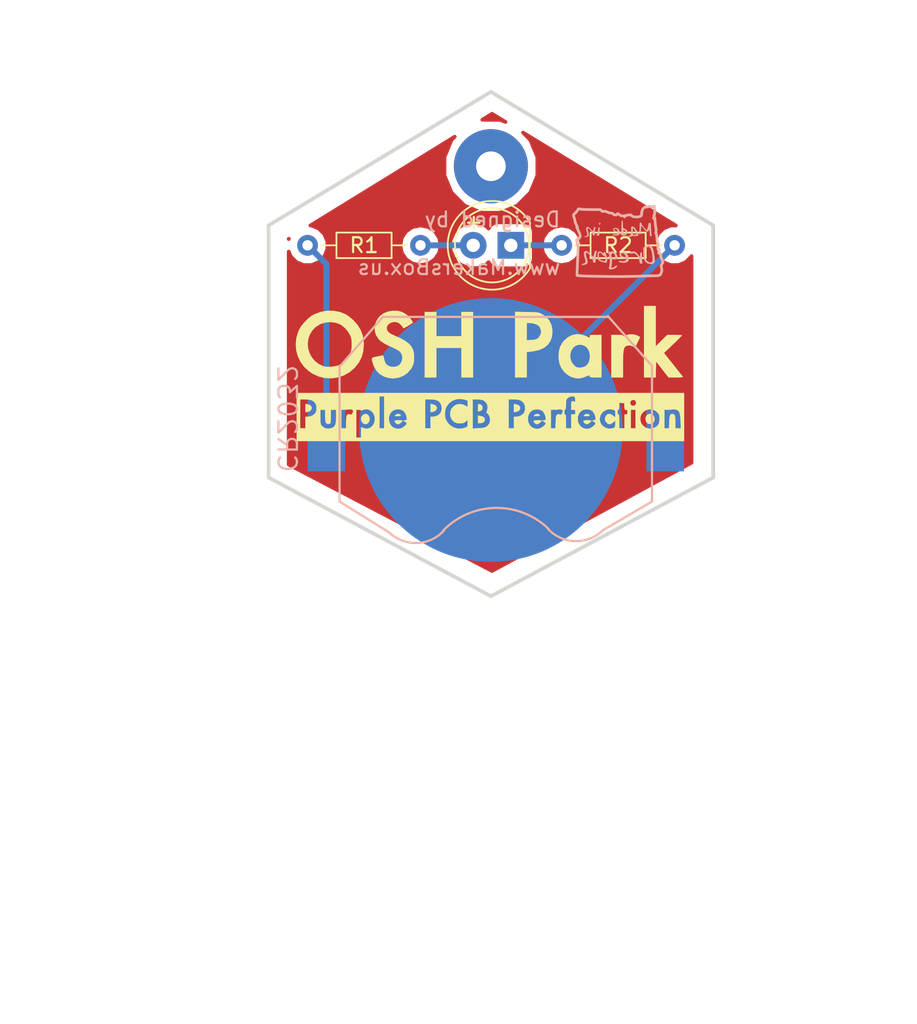
<source format=kicad_pcb>
(kicad_pcb (version 4) (host pcbnew 4.0.6)

  (general
    (links 5)
    (no_connects 1)
    (area 84.872999 82.872999 115.127001 117.127001)
    (thickness 1.6)
    (drawings 16)
    (tracks 6)
    (zones 0)
    (modules 8)
    (nets 5)
  )

  (page USLetter)
  (title_block
    (title "OSH Park Badge")
    (company www.MakersBox.us)
    (comment 1 "K. Olsen")
  )

  (layers
    (0 F.Cu signal)
    (31 B.Cu signal)
    (34 B.Paste user)
    (35 F.Paste user)
    (36 B.SilkS user)
    (37 F.SilkS user)
    (38 B.Mask user hide)
    (39 F.Mask user)
    (40 Dwgs.User user)
    (44 Edge.Cuts user)
  )

  (setup
    (last_trace_width 0.1524)
    (user_trace_width 0.254)
    (user_trace_width 0.3048)
    (user_trace_width 0.4064)
    (user_trace_width 0.6096)
    (user_trace_width 2.032)
    (trace_clearance 0.1524)
    (zone_clearance 0.508)
    (zone_45_only no)
    (trace_min 0.1524)
    (segment_width 0.254)
    (edge_width 0.254)
    (via_size 0.6858)
    (via_drill 0.3302)
    (via_min_size 0.6858)
    (via_min_drill 0.3302)
    (user_via 1 0.5)
    (uvia_size 0.762)
    (uvia_drill 0.508)
    (uvias_allowed no)
    (uvia_min_size 0.508)
    (uvia_min_drill 0.127)
    (pcb_text_width 0.3)
    (pcb_text_size 1.5 1.5)
    (mod_edge_width 0.15)
    (mod_text_size 1 1)
    (mod_text_width 0.15)
    (pad_size 1.8 1.8)
    (pad_drill 0.9)
    (pad_to_mask_clearance 0)
    (aux_axis_origin 0 0)
    (grid_origin 210.82 95.25)
    (visible_elements 7FFFFFFF)
    (pcbplotparams
      (layerselection 0x010f0_80000001)
      (usegerberextensions true)
      (excludeedgelayer true)
      (linewidth 0.100000)
      (plotframeref false)
      (viasonmask false)
      (mode 1)
      (useauxorigin false)
      (hpglpennumber 1)
      (hpglpenspeed 20)
      (hpglpendiameter 15)
      (hpglpenoverlay 2)
      (psnegative false)
      (psa4output false)
      (plotreference true)
      (plotvalue true)
      (plotinvisibletext false)
      (padsonsilk false)
      (subtractmaskfromsilk false)
      (outputformat 1)
      (mirror false)
      (drillshape 0)
      (scaleselection 1)
      (outputdirectory gerbers/))
  )

  (net 0 "")
  (net 1 "Net-(D1-Pad1)")
  (net 2 "Net-(BT1-Pad2)")
  (net 3 "Net-(BT1-Pad1)")
  (net 4 "Net-(D1-Pad2)")

  (net_class Default "This is the default net class."
    (clearance 0.1524)
    (trace_width 0.1524)
    (via_dia 0.6858)
    (via_drill 0.3302)
    (uvia_dia 0.762)
    (uvia_drill 0.508)
    (add_net "Net-(BT1-Pad1)")
    (add_net "Net-(BT1-Pad2)")
    (add_net "Net-(D1-Pad1)")
    (add_net "Net-(D1-Pad2)")
  )

  (module Pin_Headers:Pin_Header_Straight_1x01 (layer F.Cu) (tedit 5ADA5840) (tstamp 5860AB5B)
    (at 99.822 88.265)
    (descr "Through hole pin header")
    (tags "pin header")
    (path /5860AE9A)
    (fp_text reference P1 (at -0.6 -0.5) (layer F.SilkS) hide
      (effects (font (size 0.127 0.127) (thickness 0.03175)))
    )
    (fp_text value CONN_01X01 (at 0 0.9) (layer F.Fab)
      (effects (font (size 0.127 0.127) (thickness 0.03175)))
    )
    (pad "" thru_hole circle (at 0.18 -0.25) (size 5 5) (drill 2) (layers *.Cu B.Mask))
  )

  (module myFootPrints:MadeInOregonRev25 (layer F.Cu) (tedit 0) (tstamp 59A333B2)
    (at 108.585 93.091)
    (fp_text reference VAL (at 0 0) (layer F.SilkS) hide
      (effects (font (size 1.143 1.143) (thickness 0.1778)))
    )
    (fp_text value MadeInOregonRev25 (at 0 0) (layer F.SilkS) hide
      (effects (font (size 1.143 1.143) (thickness 0.1778)))
    )
    (fp_poly (pts (xy -3.09626 -1.76022) (xy -3.09626 -1.72212) (xy -3.09372 -1.69672) (xy -3.09118 -1.67386)
      (xy -3.0861 -1.65608) (xy -3.07594 -1.63576) (xy -3.0734 -1.62814) (xy -3.0607 -1.6002)
      (xy -3.05054 -1.5748) (xy -3.04038 -1.54432) (xy -3.03022 -1.50876) (xy -3.02006 -1.46304)
      (xy -3.00736 -1.4097) (xy -3.00228 -1.39192) (xy -2.98704 -1.31826) (xy -2.96926 -1.2573)
      (xy -2.95402 -1.20396) (xy -2.9337 -1.15824) (xy -2.91338 -1.1176) (xy -2.91338 -1.74752)
      (xy -2.91338 -1.76276) (xy -2.91084 -1.77546) (xy -2.90322 -1.78816) (xy -2.89052 -1.8034)
      (xy -2.86766 -1.82118) (xy -2.8575 -1.83134) (xy -2.82956 -1.8542) (xy -2.80416 -1.8796)
      (xy -2.78638 -1.90246) (xy -2.77876 -1.91008) (xy -2.76606 -1.92786) (xy -2.74574 -1.95326)
      (xy -2.72034 -1.98374) (xy -2.69494 -2.01422) (xy -2.6924 -2.01676) (xy -2.66954 -2.0447)
      (xy -2.64922 -2.0701) (xy -2.63652 -2.08788) (xy -2.6289 -2.09804) (xy -2.6289 -2.10058)
      (xy -2.62382 -2.10566) (xy -2.60604 -2.10566) (xy -2.58064 -2.10566) (xy -2.55016 -2.10058)
      (xy -2.51968 -2.0955) (xy -2.50952 -2.09296) (xy -2.49682 -2.09042) (xy -2.48412 -2.08534)
      (xy -2.46888 -2.08534) (xy -2.4511 -2.0828) (xy -2.4257 -2.08026) (xy -2.39268 -2.07772)
      (xy -2.35458 -2.07772) (xy -2.30632 -2.07518) (xy -2.2479 -2.07518) (xy -2.17678 -2.07264)
      (xy -2.09296 -2.0701) (xy -2.03962 -2.0701) (xy -1.95326 -2.06756) (xy -1.8669 -2.06756)
      (xy -1.78054 -2.06502) (xy -1.69672 -2.06502) (xy -1.61798 -2.06248) (xy -1.54686 -2.06248)
      (xy -1.48336 -2.06248) (xy -1.4351 -2.06248) (xy -1.4224 -2.06248) (xy -1.22936 -2.06248)
      (xy -1.1684 -2.00152) (xy -1.10744 -1.9431) (xy -1.0668 -1.9431) (xy -1.03886 -1.9431)
      (xy -1.0033 -1.94564) (xy -0.97536 -1.95072) (xy -0.94234 -1.95326) (xy -0.91186 -1.95072)
      (xy -0.87884 -1.94564) (xy -0.8382 -1.93548) (xy -0.79248 -1.9177) (xy -0.7366 -1.89484)
      (xy -0.72136 -1.88976) (xy -0.67818 -1.86944) (xy -0.64516 -1.85674) (xy -0.61722 -1.84912)
      (xy -0.59182 -1.84404) (xy -0.56388 -1.83896) (xy -0.5461 -1.83642) (xy -0.50038 -1.83134)
      (xy -0.46482 -1.82626) (xy -0.43688 -1.81864) (xy -0.41656 -1.80848) (xy -0.39624 -1.79578)
      (xy -0.37592 -1.77546) (xy -0.37338 -1.77292) (xy -0.35052 -1.7526) (xy -0.32512 -1.73482)
      (xy -0.30734 -1.72212) (xy -0.30734 -1.72212) (xy -0.28702 -1.71704) (xy -0.25654 -1.71196)
      (xy -0.22098 -1.70434) (xy -0.18288 -1.7018) (xy -0.14986 -1.69672) (xy -0.12446 -1.69672)
      (xy -0.10922 -1.69926) (xy -0.09652 -1.70688) (xy -0.07366 -1.71958) (xy -0.05334 -1.73736)
      (xy -0.03048 -1.75768) (xy -0.01524 -1.7653) (xy -0.00508 -1.76784) (xy 0 -1.7653)
      (xy 0.01016 -1.75768) (xy 0.03048 -1.74498) (xy 0.05842 -1.7272) (xy 0.0889 -1.70688)
      (xy 0.09652 -1.7018) (xy 0.18288 -1.64846) (xy 0.25908 -1.64592) (xy 0.29464 -1.64338)
      (xy 0.3175 -1.64084) (xy 0.3302 -1.6383) (xy 0.34036 -1.63322) (xy 0.34544 -1.6256)
      (xy 0.34798 -1.62052) (xy 0.3683 -1.59766) (xy 0.39624 -1.58242) (xy 0.42672 -1.5748)
      (xy 0.4318 -1.5748) (xy 0.45974 -1.58242) (xy 0.48768 -1.6002) (xy 0.51562 -1.63068)
      (xy 0.52578 -1.64338) (xy 0.53848 -1.65608) (xy 0.5461 -1.66624) (xy 0.55626 -1.67386)
      (xy 0.56896 -1.68148) (xy 0.58928 -1.68402) (xy 0.61468 -1.6891) (xy 0.65278 -1.69418)
      (xy 0.70104 -1.69672) (xy 0.71628 -1.69926) (xy 0.8255 -1.70942) (xy 0.85598 -1.68148)
      (xy 0.89154 -1.64846) (xy 0.9271 -1.62306) (xy 0.95758 -1.60274) (xy 0.96774 -1.59766)
      (xy 0.9906 -1.59258) (xy 1.02362 -1.5875) (xy 1.0668 -1.58242) (xy 1.11252 -1.57734)
      (xy 1.16332 -1.57226) (xy 1.21158 -1.56972) (xy 1.2573 -1.56972) (xy 1.25984 -1.56972)
      (xy 1.3081 -1.56972) (xy 1.35128 -1.5748) (xy 1.39446 -1.57988) (xy 1.44272 -1.59004)
      (xy 1.48844 -1.6002) (xy 1.52146 -1.61036) (xy 1.54686 -1.62306) (xy 1.56972 -1.63576)
      (xy 1.59258 -1.65608) (xy 1.61798 -1.68148) (xy 1.63576 -1.7018) (xy 1.651 -1.72212)
      (xy 1.65862 -1.74498) (xy 1.66624 -1.77292) (xy 1.67386 -1.80848) (xy 1.6764 -1.85166)
      (xy 1.68148 -1.90246) (xy 1.6891 -1.9812) (xy 1.7018 -2.04978) (xy 1.72212 -2.10566)
      (xy 1.74752 -2.15138) (xy 1.75006 -2.15646) (xy 1.77546 -2.18186) (xy 1.81356 -2.2098)
      (xy 1.82626 -2.21742) (xy 1.8542 -2.23012) (xy 1.87706 -2.24028) (xy 1.89484 -2.24282)
      (xy 1.9177 -2.24282) (xy 1.92024 -2.24282) (xy 1.95834 -2.24282) (xy 2.00152 -2.25044)
      (xy 2.032 -2.25806) (xy 2.0701 -2.27076) (xy 2.09804 -2.27584) (xy 2.11582 -2.27838)
      (xy 2.13106 -2.2733) (xy 2.1463 -2.26822) (xy 2.15392 -2.26314) (xy 2.1844 -2.2479)
      (xy 2.22758 -2.24282) (xy 2.27584 -2.2479) (xy 2.29108 -2.25298) (xy 2.31394 -2.25806)
      (xy 2.33426 -2.26314) (xy 2.34188 -2.26314) (xy 2.34188 -2.25806) (xy 2.34442 -2.23774)
      (xy 2.34442 -2.21488) (xy 2.34442 -2.21234) (xy 2.34442 -2.1844) (xy 2.34696 -2.16408)
      (xy 2.35204 -2.1463) (xy 2.36474 -2.12852) (xy 2.3876 -2.0955) (xy 2.37998 -1.97612)
      (xy 2.37744 -1.9304) (xy 2.37236 -1.89738) (xy 2.36982 -1.87198) (xy 2.36474 -1.8542)
      (xy 2.35966 -1.83896) (xy 2.35204 -1.82372) (xy 2.34696 -1.8161) (xy 2.33172 -1.78562)
      (xy 2.3241 -1.75768) (xy 2.3241 -1.73736) (xy 2.32156 -1.70942) (xy 2.31902 -1.68656)
      (xy 2.31648 -1.67894) (xy 2.31394 -1.66116) (xy 2.30886 -1.63576) (xy 2.30886 -1.60274)
      (xy 2.30886 -1.59004) (xy 2.30886 -1.55702) (xy 2.30886 -1.5367) (xy 2.31394 -1.52146)
      (xy 2.32156 -1.5113) (xy 2.33172 -1.4986) (xy 2.33426 -1.49606) (xy 2.35458 -1.48082)
      (xy 2.3749 -1.4732) (xy 2.37744 -1.47066) (xy 2.3876 -1.47066) (xy 2.39268 -1.46558)
      (xy 2.39776 -1.45034) (xy 2.4003 -1.42494) (xy 2.40284 -1.39192) (xy 2.40538 -1.35382)
      (xy 2.40538 -1.33096) (xy 2.40792 -1.28778) (xy 2.413 -1.2319) (xy 2.42062 -1.16078)
      (xy 2.43332 -1.07442) (xy 2.4511 -0.97536) (xy 2.4511 -0.96774) (xy 2.45872 -0.92456)
      (xy 2.4638 -0.88392) (xy 2.46888 -0.85344) (xy 2.47142 -0.83058) (xy 2.47396 -0.82296)
      (xy 2.47396 -0.81026) (xy 2.47142 -0.7874) (xy 2.47142 -0.75692) (xy 2.46888 -0.72644)
      (xy 2.46888 -0.69342) (xy 2.46634 -0.66294) (xy 2.4638 -0.64262) (xy 2.46126 -0.635)
      (xy 2.4511 -0.6096) (xy 2.44856 -0.57912) (xy 2.4511 -0.54864) (xy 2.46126 -0.52324)
      (xy 2.4765 -0.51054) (xy 2.48412 -0.49784) (xy 2.49174 -0.47244) (xy 2.5019 -0.4318)
      (xy 2.50952 -0.37592) (xy 2.51968 -0.30734) (xy 2.5273 -0.2286) (xy 2.53238 -0.16764)
      (xy 2.53746 -0.1143) (xy 2.54254 -0.0635) (xy 2.54762 -0.02032) (xy 2.5527 0.01524)
      (xy 2.55524 0.04064) (xy 2.55778 0.05334) (xy 2.56794 0.07366) (xy 2.5781 0.1016)
      (xy 2.58826 0.127) (xy 2.59588 0.14732) (xy 2.6035 0.16256) (xy 2.60604 0.18034)
      (xy 2.60858 0.20066) (xy 2.60858 0.22606) (xy 2.60604 0.25908) (xy 2.6035 0.3048)
      (xy 2.6035 0.32512) (xy 2.60096 0.37084) (xy 2.60096 0.4064) (xy 2.60604 0.43434)
      (xy 2.61366 0.45974) (xy 2.62636 0.48768) (xy 2.64668 0.5207) (xy 2.66446 0.5588)
      (xy 2.67462 0.58674) (xy 2.6797 0.61468) (xy 2.67462 0.64262) (xy 2.66446 0.68072)
      (xy 2.65938 0.69088) (xy 2.64668 0.72898) (xy 2.63906 0.75946) (xy 2.63906 0.77978)
      (xy 2.6416 0.79756) (xy 2.64922 0.8128) (xy 2.64922 0.81534) (xy 2.66446 0.83058)
      (xy 2.68986 0.84836) (xy 2.72034 0.86614) (xy 2.75336 0.87884) (xy 2.77368 0.88646)
      (xy 2.794 0.89154) (xy 2.794 0.98044) (xy 2.794 1.07188) (xy 2.82448 1.13538)
      (xy 2.8575 1.20396) (xy 2.8829 1.26238) (xy 2.90322 1.31064) (xy 2.91592 1.3462)
      (xy 2.921 1.36652) (xy 2.92354 1.3843) (xy 2.92354 1.39954) (xy 2.91592 1.41478)
      (xy 2.90068 1.4351) (xy 2.90068 1.43764) (xy 2.87274 1.47828) (xy 2.84988 1.51638)
      (xy 2.8321 1.5621) (xy 2.82448 1.59004) (xy 2.80924 1.64338) (xy 2.8321 1.74244)
      (xy 2.84734 1.80848) (xy 2.85496 1.86182) (xy 2.86004 1.90754) (xy 2.86004 1.94818)
      (xy 2.85242 1.98628) (xy 2.84226 2.02438) (xy 2.84226 2.02438) (xy 2.82702 2.06756)
      (xy 2.81432 2.10566) (xy 2.79908 2.13868) (xy 2.78892 2.16154) (xy 2.77876 2.1717)
      (xy 2.77876 2.17424) (xy 2.7686 2.17678) (xy 2.74828 2.1844) (xy 2.74066 2.18948)
      (xy 2.7178 2.1971) (xy 2.68224 2.20472) (xy 2.63398 2.2098) (xy 2.57302 2.21234)
      (xy 2.49682 2.21488) (xy 2.40792 2.21742) (xy 2.30632 2.21742) (xy 2.29616 2.21742)
      (xy 2.24028 2.21996) (xy 2.17424 2.21996) (xy 2.10058 2.2225) (xy 2.02184 2.2225)
      (xy 1.9431 2.22504) (xy 1.86944 2.23012) (xy 1.84912 2.23012) (xy 1.6129 2.23774)
      (xy 1.38684 2.2479) (xy 1.16332 2.25298) (xy 0.9398 2.25806) (xy 0.71882 2.26314)
      (xy 0.4953 2.26568) (xy 0.26924 2.26822) (xy 0.03556 2.26822) (xy -0.2032 2.26822)
      (xy -0.45466 2.26822) (xy -0.71628 2.26568) (xy -0.84836 2.26314) (xy -1.03378 2.2606)
      (xy -1.20396 2.25806) (xy -1.36144 2.25552) (xy -1.50622 2.25298) (xy -1.64084 2.25044)
      (xy -1.7653 2.2479) (xy -1.88214 2.24536) (xy -1.98882 2.24282) (xy -2.08788 2.23774)
      (xy -2.17932 2.2352) (xy -2.26822 2.23266) (xy -2.35204 2.22758) (xy -2.39776 2.22504)
      (xy -2.46126 2.2225) (xy -2.51968 2.21742) (xy -2.57302 2.21488) (xy -2.61874 2.21234)
      (xy -2.65176 2.2098) (xy -2.67462 2.2098) (xy -2.68732 2.2098) (xy -2.68732 2.2098)
      (xy -2.68732 2.20218) (xy -2.68478 2.17932) (xy -2.68478 2.1463) (xy -2.68224 2.09804)
      (xy -2.6797 2.03962) (xy -2.67716 1.97104) (xy -2.67208 1.8923) (xy -2.66954 1.80594)
      (xy -2.66446 1.70942) (xy -2.65938 1.60782) (xy -2.65684 1.50114) (xy -2.65176 1.38684)
      (xy -2.64414 1.27) (xy -2.64414 1.25476) (xy -2.63906 1.11506) (xy -2.63398 0.98806)
      (xy -2.6289 0.87376) (xy -2.62382 0.77216) (xy -2.61874 0.68326) (xy -2.6162 0.60452)
      (xy -2.61366 0.53848) (xy -2.61112 0.47752) (xy -2.61112 0.42926) (xy -2.61112 0.38608)
      (xy -2.61112 0.35306) (xy -2.61112 0.32258) (xy -2.61112 0.29972) (xy -2.61366 0.28194)
      (xy -2.6162 0.2667) (xy -2.61874 0.25654) (xy -2.62128 0.24638) (xy -2.62636 0.23876)
      (xy -2.63144 0.23368) (xy -2.63652 0.22606) (xy -2.6416 0.21844) (xy -2.6543 0.2032)
      (xy -2.66192 0.18796) (xy -2.66446 0.17272) (xy -2.66192 0.14732) (xy -2.66192 0.13716)
      (xy -2.66192 0.1016) (xy -2.66446 0.06858) (xy -2.67462 0.02794) (xy -2.67462 0.0254)
      (xy -2.68732 -0.01778) (xy -2.69494 -0.04826) (xy -2.69748 -0.07112) (xy -2.69748 -0.08382)
      (xy -2.69494 -0.09398) (xy -2.68732 -0.09906) (xy -2.68732 -0.1016) (xy -2.66954 -0.10668)
      (xy -2.64668 -0.1143) (xy -2.63652 -0.1143) (xy -2.60858 -0.12192) (xy -2.58572 -0.13208)
      (xy -2.5654 -0.14732) (xy -2.54762 -0.17018) (xy -2.52476 -0.20574) (xy -2.50698 -0.2413)
      (xy -2.4638 -0.3302) (xy -2.47142 -0.40894) (xy -2.4765 -0.43942) (xy -2.48158 -0.46736)
      (xy -2.4892 -0.49276) (xy -2.49682 -0.5207) (xy -2.50952 -0.55626) (xy -2.52984 -0.59944)
      (xy -2.53492 -0.61214) (xy -2.55524 -0.66294) (xy -2.5781 -0.71374) (xy -2.60096 -0.76708)
      (xy -2.62128 -0.8128) (xy -2.63144 -0.83058) (xy -2.64668 -0.86868) (xy -2.65938 -0.89662)
      (xy -2.667 -0.91694) (xy -2.66954 -0.92964) (xy -2.667 -0.9398) (xy -2.667 -0.94996)
      (xy -2.65938 -0.97536) (xy -2.65938 -1.00584) (xy -2.66954 -1.03886) (xy -2.68732 -1.0795)
      (xy -2.71272 -1.12776) (xy -2.71526 -1.1303) (xy -2.73812 -1.17094) (xy -2.75844 -1.2065)
      (xy -2.77368 -1.23698) (xy -2.78384 -1.26746) (xy -2.79654 -1.30048) (xy -2.8067 -1.34112)
      (xy -2.81686 -1.38684) (xy -2.82702 -1.43256) (xy -2.84226 -1.49606) (xy -2.85496 -1.54686)
      (xy -2.86512 -1.5875) (xy -2.87528 -1.62052) (xy -2.88544 -1.64846) (xy -2.89306 -1.67132)
      (xy -2.90068 -1.68148) (xy -2.9083 -1.70942) (xy -2.91338 -1.7399) (xy -2.91338 -1.74752)
      (xy -2.91338 -1.1176) (xy -2.91084 -1.11506) (xy -2.90576 -1.09982) (xy -2.88798 -1.07188)
      (xy -2.87782 -1.04902) (xy -2.87274 -1.03632) (xy -2.87274 -1.02616) (xy -2.87782 -1.016)
      (xy -2.88036 -0.99822) (xy -2.8829 -0.98044) (xy -2.87782 -0.95758) (xy -2.8702 -0.92964)
      (xy -2.85496 -0.89408) (xy -2.83464 -0.84582) (xy -2.8194 -0.81534) (xy -2.78384 -0.73406)
      (xy -2.74828 -0.65786) (xy -2.72034 -0.58928) (xy -2.69494 -0.52832) (xy -2.67462 -0.47752)
      (xy -2.66192 -0.43688) (xy -2.6543 -0.40894) (xy -2.6543 -0.4064) (xy -2.64922 -0.37846)
      (xy -2.65176 -0.36068) (xy -2.65684 -0.34036) (xy -2.66446 -0.32766) (xy -2.67462 -0.30734)
      (xy -2.68732 -0.29464) (xy -2.70256 -0.28702) (xy -2.72542 -0.28194) (xy -2.73812 -0.2794)
      (xy -2.75336 -0.27686) (xy -2.77114 -0.2667) (xy -2.78892 -0.25146) (xy -2.81686 -0.22606)
      (xy -2.82448 -0.2159) (xy -2.84988 -0.1905) (xy -2.86766 -0.17272) (xy -2.87782 -0.16002)
      (xy -2.8829 -0.14732) (xy -2.8829 -0.13208) (xy -2.8829 -0.12192) (xy -2.88036 -0.06858)
      (xy -2.86766 -0.00762) (xy -2.85242 0.05588) (xy -2.8448 0.08382) (xy -2.84226 0.10668)
      (xy -2.84226 0.12954) (xy -2.8448 0.16002) (xy -2.84734 0.1651) (xy -2.84988 0.19812)
      (xy -2.84988 0.22606) (xy -2.84226 0.24892) (xy -2.82448 0.27686) (xy -2.8067 0.29972)
      (xy -2.78384 0.32766) (xy -2.82702 1.3081) (xy -2.8321 1.42748) (xy -2.83718 1.54432)
      (xy -2.84226 1.65608) (xy -2.84734 1.76276) (xy -2.84988 1.86182) (xy -2.85496 1.95326)
      (xy -2.8575 2.03708) (xy -2.86004 2.11074) (xy -2.86258 2.17424) (xy -2.86512 2.22758)
      (xy -2.86512 2.26822) (xy -2.86512 2.29616) (xy -2.86512 2.3114) (xy -2.86512 2.3114)
      (xy -2.85496 2.3368) (xy -2.83464 2.35966) (xy -2.81178 2.3749) (xy -2.8067 2.37744)
      (xy -2.794 2.37998) (xy -2.76606 2.38252) (xy -2.72796 2.38506) (xy -2.6797 2.39014)
      (xy -2.62128 2.39268) (xy -2.55778 2.39776) (xy -2.48412 2.4003) (xy -2.40792 2.40538)
      (xy -2.32664 2.40792) (xy -2.24536 2.413) (xy -2.16154 2.41554) (xy -2.08026 2.41808)
      (xy -1.99898 2.42062) (xy -1.92278 2.42316) (xy -1.85166 2.4257) (xy -1.80848 2.42824)
      (xy -1.74752 2.42824) (xy -1.67386 2.43078) (xy -1.59004 2.43078) (xy -1.4986 2.43332)
      (xy -1.397 2.43586) (xy -1.29032 2.43586) (xy -1.1811 2.4384) (xy -1.0668 2.4384)
      (xy -0.95504 2.44094) (xy -0.84582 2.44348) (xy -0.80264 2.44348) (xy -0.70104 2.44348)
      (xy -0.59944 2.44602) (xy -0.50038 2.44602) (xy -0.40386 2.44856) (xy -0.31496 2.44856)
      (xy -0.23114 2.44856) (xy -0.15748 2.4511) (xy -0.09398 2.4511) (xy -0.04064 2.4511)
      (xy 0 2.4511) (xy 0.02286 2.4511) (xy 0.05842 2.4511) (xy 0.10922 2.4511)
      (xy 0.17018 2.4511) (xy 0.2413 2.4511) (xy 0.3175 2.4511) (xy 0.39878 2.44856)
      (xy 0.4826 2.44856) (xy 0.56642 2.44602) (xy 0.60198 2.44602) (xy 0.75692 2.44348)
      (xy 0.90678 2.4384) (xy 1.0541 2.43586) (xy 1.1938 2.43078) (xy 1.32588 2.42824)
      (xy 1.45034 2.42316) (xy 1.56464 2.42062) (xy 1.66624 2.41808) (xy 1.7526 2.413)
      (xy 1.77038 2.413) (xy 1.82626 2.41046) (xy 1.8923 2.40792) (xy 1.96342 2.40792)
      (xy 2.03454 2.40538) (xy 2.10312 2.40538) (xy 2.12852 2.40538) (xy 2.19456 2.40538)
      (xy 2.26822 2.40284) (xy 2.3495 2.40284) (xy 2.42824 2.39776) (xy 2.50444 2.39522)
      (xy 2.54254 2.39522) (xy 2.75844 2.38252) (xy 2.82956 2.3495) (xy 2.86258 2.33172)
      (xy 2.88798 2.31902) (xy 2.90576 2.30632) (xy 2.91084 2.30124) (xy 2.92608 2.28092)
      (xy 2.94132 2.25044) (xy 2.96164 2.2098) (xy 2.97942 2.16662) (xy 2.9972 2.12344)
      (xy 3.01244 2.08534) (xy 3.02514 2.0447) (xy 3.03276 2.01168) (xy 3.03784 1.98628)
      (xy 3.04038 1.9558) (xy 3.04038 1.93548) (xy 3.0353 1.86182) (xy 3.0226 1.778)
      (xy 3.00736 1.70434) (xy 2.99974 1.66878) (xy 2.99974 1.64084) (xy 3.00736 1.61036)
      (xy 3.0226 1.57734) (xy 3.04546 1.53924) (xy 3.0607 1.52146) (xy 3.08356 1.4859)
      (xy 3.0988 1.4605) (xy 3.10642 1.4351) (xy 3.10896 1.4097) (xy 3.10642 1.37668)
      (xy 3.0988 1.33858) (xy 3.09118 1.3081) (xy 3.07848 1.26746) (xy 3.0607 1.22174)
      (xy 3.04038 1.1684) (xy 3.01498 1.1176) (xy 2.99466 1.07442) (xy 2.98704 1.05664)
      (xy 2.97942 1.0414) (xy 2.97688 1.02362) (xy 2.97434 1.0033) (xy 2.97434 0.97282)
      (xy 2.97434 0.93218) (xy 2.97434 0.9271) (xy 2.9718 0.87884) (xy 2.96926 0.8382)
      (xy 2.96418 0.81026) (xy 2.95148 0.7874) (xy 2.9337 0.76708) (xy 2.90576 0.7493)
      (xy 2.86766 0.72898) (xy 2.84734 0.71882) (xy 2.84734 0.7112) (xy 2.84988 0.69342)
      (xy 2.85496 0.66802) (xy 2.8575 0.6604) (xy 2.86258 0.61468) (xy 2.86258 0.5842)
      (xy 2.86258 0.57658) (xy 2.84988 0.5334) (xy 2.82956 0.48768) (xy 2.8067 0.44196)
      (xy 2.79908 0.42926) (xy 2.79146 0.41656) (xy 2.78638 0.40386) (xy 2.7813 0.38862)
      (xy 2.7813 0.37084) (xy 2.7813 0.34798) (xy 2.7813 0.3175) (xy 2.78638 0.27432)
      (xy 2.79146 0.22098) (xy 2.79146 0.21844) (xy 2.79146 0.19304) (xy 2.79146 0.16764)
      (xy 2.78384 0.1397) (xy 2.77622 0.11176) (xy 2.76352 0.07874) (xy 2.75336 0.04826)
      (xy 2.7432 0.0254) (xy 2.74066 0.02032) (xy 2.73558 0.00762) (xy 2.7305 -0.0127)
      (xy 2.72796 -0.04064) (xy 2.72288 -0.07874) (xy 2.7178 -0.12954) (xy 2.71272 -0.1905)
      (xy 2.7051 -0.25908) (xy 2.69748 -0.32512) (xy 2.68986 -0.38862) (xy 2.6797 -0.44958)
      (xy 2.67208 -0.50292) (xy 2.66446 -0.5461) (xy 2.6543 -0.57658) (xy 2.65176 -0.58674)
      (xy 2.65176 -0.60452) (xy 2.6543 -0.6223) (xy 2.65684 -0.6477) (xy 2.65176 -0.68326)
      (xy 2.65176 -0.68326) (xy 2.64668 -0.71628) (xy 2.64922 -0.75184) (xy 2.65176 -0.76962)
      (xy 2.6543 -0.79248) (xy 2.65684 -0.8128) (xy 2.6543 -0.83566) (xy 2.65176 -0.8636)
      (xy 2.64414 -0.90424) (xy 2.6416 -0.91948) (xy 2.62382 -1.01346) (xy 2.61112 -1.09982)
      (xy 2.60096 -1.1811) (xy 2.59334 -1.26238) (xy 2.58572 -1.35128) (xy 2.58064 -1.42748)
      (xy 2.5781 -1.49352) (xy 2.57302 -1.54432) (xy 2.57048 -1.58496) (xy 2.5654 -1.61544)
      (xy 2.56286 -1.6383) (xy 2.55524 -1.65608) (xy 2.54762 -1.66878) (xy 2.53746 -1.6764)
      (xy 2.52984 -1.68402) (xy 2.51714 -1.69418) (xy 2.51206 -1.70688) (xy 2.5146 -1.72466)
      (xy 2.52222 -1.75006) (xy 2.53238 -1.77546) (xy 2.53238 -1.77546) (xy 2.54 -1.78816)
      (xy 2.54254 -1.79832) (xy 2.54762 -1.81102) (xy 2.55016 -1.8288) (xy 2.5527 -1.85166)
      (xy 2.55524 -1.88214) (xy 2.55778 -1.92532) (xy 2.56286 -1.97866) (xy 2.56286 -2.0066)
      (xy 2.57302 -2.159) (xy 2.54762 -2.18948) (xy 2.52222 -2.21996) (xy 2.52984 -2.29616)
      (xy 2.53238 -2.34442) (xy 2.53238 -2.37998) (xy 2.52984 -2.40538) (xy 2.51968 -2.4257)
      (xy 2.50698 -2.44094) (xy 2.50444 -2.44348) (xy 2.4892 -2.45618) (xy 2.47142 -2.46126)
      (xy 2.44856 -2.4638) (xy 2.42062 -2.4638) (xy 2.38252 -2.45618) (xy 2.33172 -2.44602)
      (xy 2.32664 -2.44348) (xy 2.2352 -2.42316) (xy 2.19964 -2.44348) (xy 2.17424 -2.45618)
      (xy 2.15138 -2.4638) (xy 2.12344 -2.4638) (xy 2.09296 -2.45872) (xy 2.04978 -2.4511)
      (xy 2.0193 -2.44348) (xy 1.98374 -2.43332) (xy 1.9558 -2.4257) (xy 1.93802 -2.42316)
      (xy 1.92024 -2.4257) (xy 1.90754 -2.42824) (xy 1.88722 -2.43078) (xy 1.86944 -2.43078)
      (xy 1.84912 -2.42824) (xy 1.82372 -2.41808) (xy 1.79324 -2.40284) (xy 1.76022 -2.38506)
      (xy 1.71958 -2.3622) (xy 1.6891 -2.34442) (xy 1.66624 -2.32664) (xy 1.64846 -2.3114)
      (xy 1.63068 -2.29362) (xy 1.6129 -2.27076) (xy 1.59258 -2.2479) (xy 1.57734 -2.22504)
      (xy 1.56718 -2.20472) (xy 1.55702 -2.17932) (xy 1.54432 -2.1463) (xy 1.53162 -2.10312)
      (xy 1.52908 -2.09296) (xy 1.51638 -2.0447) (xy 1.50876 -2.00406) (xy 1.50368 -1.96596)
      (xy 1.4986 -1.92278) (xy 1.4986 -1.90754) (xy 1.49606 -1.86182) (xy 1.49352 -1.8288)
      (xy 1.4859 -1.80594) (xy 1.4732 -1.7907) (xy 1.45288 -1.778) (xy 1.4224 -1.77038)
      (xy 1.39446 -1.76276) (xy 1.3335 -1.7526) (xy 1.26238 -1.74752) (xy 1.18364 -1.75006)
      (xy 1.10998 -1.75768) (xy 1.03124 -1.7653) (xy 0.9652 -1.82372) (xy 0.9398 -1.84912)
      (xy 0.9144 -1.8669) (xy 0.89408 -1.88214) (xy 0.88392 -1.88722) (xy 0.86868 -1.88722)
      (xy 0.84328 -1.88722) (xy 0.80518 -1.88722) (xy 0.762 -1.88214) (xy 0.7112 -1.8796)
      (xy 0.6604 -1.87452) (xy 0.6096 -1.86944) (xy 0.56642 -1.86436) (xy 0.52324 -1.85674)
      (xy 0.49276 -1.85166) (xy 0.47244 -1.8415) (xy 0.45974 -1.83642) (xy 0.44958 -1.8288)
      (xy 0.43942 -1.82372) (xy 0.42418 -1.82118) (xy 0.40386 -1.82118) (xy 0.37592 -1.82118)
      (xy 0.33782 -1.82118) (xy 0.23622 -1.82372) (xy 0.13208 -1.8923) (xy 0.09398 -1.9177)
      (xy 0.06096 -1.93802) (xy 0.03302 -1.9558) (xy 0.0127 -1.96596) (xy 0.00508 -1.97104)
      (xy -0.02286 -1.97866) (xy -0.04826 -1.97358) (xy -0.07874 -1.95834) (xy -0.1143 -1.92786)
      (xy -0.11684 -1.92532) (xy -0.1397 -1.905) (xy -0.15748 -1.8923) (xy -0.17272 -1.88468)
      (xy -0.18796 -1.88214) (xy -0.19304 -1.88214) (xy -0.21082 -1.88468) (xy -0.22352 -1.88722)
      (xy -0.2413 -1.89992) (xy -0.26162 -1.9177) (xy -0.27178 -1.92786) (xy -0.30226 -1.95326)
      (xy -0.33528 -1.97358) (xy -0.37338 -1.98882) (xy -0.41656 -1.99898) (xy -0.47244 -2.00914)
      (xy -0.50038 -2.01168) (xy -0.53848 -2.01676) (xy -0.56896 -2.02438) (xy -0.59944 -2.03454)
      (xy -0.635 -2.04724) (xy -0.66548 -2.05994) (xy -0.70866 -2.07772) (xy -0.75692 -2.0955)
      (xy -0.80264 -2.11074) (xy -0.83058 -2.11836) (xy -0.86868 -2.12598) (xy -0.89662 -2.1336)
      (xy -0.91948 -2.1336) (xy -0.94234 -2.1336) (xy -0.97282 -2.13106) (xy -1.03378 -2.12344)
      (xy -1.0922 -2.17678) (xy -1.12776 -2.2098) (xy -1.1557 -2.23012) (xy -1.17348 -2.2352)
      (xy -1.18618 -2.23774) (xy -1.21412 -2.23774) (xy -1.24968 -2.24028) (xy -1.2954 -2.24028)
      (xy -1.3462 -2.24028) (xy -1.40208 -2.24028) (xy -1.40462 -2.24028) (xy -1.48844 -2.24028)
      (xy -1.57734 -2.24282) (xy -1.66878 -2.24282) (xy -1.76022 -2.24282) (xy -1.85166 -2.24536)
      (xy -1.94056 -2.2479) (xy -2.02438 -2.2479) (xy -2.10566 -2.25044) (xy -2.18186 -2.25298)
      (xy -2.25044 -2.25552) (xy -2.30886 -2.25806) (xy -2.35966 -2.2606) (xy -2.39776 -2.26314)
      (xy -2.42316 -2.26568) (xy -2.43586 -2.26822) (xy -2.45364 -2.27076) (xy -2.48666 -2.27584)
      (xy -2.52476 -2.28092) (xy -2.5654 -2.28346) (xy -2.58572 -2.286) (xy -2.63144 -2.28854)
      (xy -2.66446 -2.29108) (xy -2.68732 -2.29108) (xy -2.7051 -2.29108) (xy -2.7178 -2.28854)
      (xy -2.72796 -2.28346) (xy -2.7305 -2.28092) (xy -2.7559 -2.2606) (xy -2.77876 -2.22758)
      (xy -2.78892 -2.19202) (xy -2.79654 -2.17678) (xy -2.81178 -2.15392) (xy -2.8321 -2.13106)
      (xy -2.83718 -2.12344) (xy -2.86258 -2.09296) (xy -2.88544 -2.06502) (xy -2.90576 -2.04216)
      (xy -2.9083 -2.03708) (xy -2.92354 -2.0193) (xy -2.94894 -1.9939) (xy -2.97688 -1.96596)
      (xy -3.00482 -1.93802) (xy -3.03276 -1.91262) (xy -3.05816 -1.88976) (xy -3.07594 -1.87198)
      (xy -3.0861 -1.85928) (xy -3.0861 -1.85928) (xy -3.09118 -1.8415) (xy -3.09626 -1.81102)
      (xy -3.09626 -1.77038) (xy -3.09626 -1.76022) (xy -3.09626 -1.76022)) (layer B.SilkS) (width 0.00254))
    (fp_poly (pts (xy -0.67056 0.70358) (xy -0.67056 0.72136) (xy -0.66802 0.72644) (xy -0.66548 0.74676)
      (xy -0.65532 0.7747) (xy -0.64262 0.80772) (xy -0.63246 0.83312) (xy -0.61468 0.8763)
      (xy -0.60198 0.90932) (xy -0.59436 0.93218) (xy -0.59182 0.94996) (xy -0.5969 0.9652)
      (xy -0.60198 0.9779) (xy -0.61722 0.99568) (xy -0.63246 1.01092) (xy -0.64516 1.02362)
      (xy -0.6477 1.03632) (xy -0.64262 1.05156) (xy -0.62484 1.07188) (xy -0.6223 1.07696)
      (xy -0.59944 1.10236) (xy -0.5842 1.12522) (xy -0.57404 1.14554) (xy -0.56896 1.17348)
      (xy -0.56388 1.2065) (xy -0.56134 1.24968) (xy -0.56134 1.26238) (xy -0.56134 1.31572)
      (xy -0.56134 1.36652) (xy -0.56642 1.41986) (xy -0.5715 1.47828) (xy -0.58166 1.54686)
      (xy -0.59182 1.62306) (xy -0.59944 1.66116) (xy -0.60706 1.71704) (xy -0.61468 1.76022)
      (xy -0.61722 1.79324) (xy -0.61976 1.8161) (xy -0.61722 1.83388) (xy -0.61468 1.84658)
      (xy -0.6096 1.85674) (xy -0.6096 1.85928) (xy -0.60198 1.8669) (xy -0.59436 1.86944)
      (xy -0.58166 1.87198) (xy -0.56134 1.87452) (xy -0.53086 1.87452) (xy -0.51308 1.87452)
      (xy -0.47752 1.87452) (xy -0.45974 1.87198) (xy -0.45974 0.94234) (xy -0.45212 0.89662)
      (xy -0.43688 0.85344) (xy -0.41402 0.81788) (xy -0.40894 0.81026) (xy -0.38354 0.79502)
      (xy -0.35306 0.79248) (xy -0.32258 0.8001) (xy -0.2921 0.81788) (xy -0.26162 0.84582)
      (xy -0.23622 0.87884) (xy -0.21844 0.91948) (xy -0.21336 0.92964) (xy -0.20828 0.9525)
      (xy -0.2032 0.98044) (xy -0.19812 1.01092) (xy -0.19304 1.0414) (xy -0.1905 1.06934)
      (xy -0.18796 1.08712) (xy -0.1905 1.09728) (xy -0.20066 1.09982) (xy -0.22098 1.1049)
      (xy -0.24892 1.10998) (xy -0.2794 1.11252) (xy -0.30734 1.11506) (xy -0.3302 1.1176)
      (xy -0.34036 1.1176) (xy -0.36322 1.10998) (xy -0.38862 1.09474) (xy -0.39878 1.08458)
      (xy -0.4191 1.06172) (xy -0.43688 1.03886) (xy -0.44196 1.02616) (xy -0.4572 0.98806)
      (xy -0.45974 0.94234) (xy -0.45974 1.87198) (xy -0.4445 1.87198) (xy -0.42164 1.87198)
      (xy -0.41148 1.86944) (xy -0.37338 1.86182) (xy -0.3302 1.85166) (xy -0.28448 1.83642)
      (xy -0.24384 1.82372) (xy -0.21336 1.80848) (xy -0.20828 1.80848) (xy -0.17018 1.78562)
      (xy -0.13462 1.75768) (xy -0.10414 1.7272) (xy -0.08382 1.69926) (xy -0.07112 1.67386)
      (xy -0.07112 1.651) (xy -0.07112 1.651) (xy -0.08382 1.63068) (xy -0.10414 1.6129)
      (xy -0.12446 1.60528) (xy -0.12446 1.60528) (xy -0.1397 1.6129) (xy -0.16256 1.62814)
      (xy -0.19558 1.65608) (xy -0.20066 1.65862) (xy -0.24384 1.69672) (xy -0.28702 1.72466)
      (xy -0.3302 1.74498) (xy -0.37084 1.75768) (xy -0.40386 1.76276) (xy -0.4318 1.75514)
      (xy -0.43942 1.75006) (xy -0.44958 1.74244) (xy -0.45212 1.73482) (xy -0.45212 1.71958)
      (xy -0.44704 1.69672) (xy -0.4445 1.69418) (xy -0.44196 1.67386) (xy -0.43688 1.64338)
      (xy -0.4318 1.60274) (xy -0.42926 1.55194) (xy -0.42418 1.4859) (xy -0.4191 1.4097)
      (xy -0.41402 1.31826) (xy -0.41148 1.29286) (xy -0.4064 1.20142) (xy -0.27178 1.20142)
      (xy -0.21336 1.20142) (xy -0.17018 1.20142) (xy -0.13462 1.19888) (xy -0.10668 1.19126)
      (xy -0.08636 1.18364) (xy -0.06858 1.1684) (xy -0.0508 1.15316) (xy -0.04572 1.14808)
      (xy -0.03048 1.12776) (xy -0.0254 1.11506) (xy -0.0254 1.09474) (xy -0.02794 1.08458)
      (xy -0.04318 0.99822) (xy -0.06858 0.92202) (xy -0.1016 0.85598) (xy -0.14224 0.8001)
      (xy -0.1524 0.78994) (xy -0.18796 0.75692) (xy -0.22352 0.73406) (xy -0.26416 0.71374)
      (xy -0.29718 0.70104) (xy -0.3302 0.68834) (xy -0.36322 0.6731) (xy -0.37846 0.66548)
      (xy -0.4191 0.64262) (xy -0.44704 0.66548) (xy -0.4699 0.68326) (xy -0.49022 0.69596)
      (xy -0.51308 0.6985) (xy -0.54102 0.69596) (xy -0.57404 0.69088) (xy -0.60706 0.68326)
      (xy -0.62992 0.68326) (xy -0.64516 0.68326) (xy -0.65532 0.6858) (xy -0.66802 0.69342)
      (xy -0.67056 0.70358) (xy -0.67056 0.70358)) (layer B.SilkS) (width 0.00254))
    (fp_poly (pts (xy -2.47904 1.55448) (xy -2.47142 1.56464) (xy -2.47142 1.56718) (xy -2.45364 1.5748)
      (xy -2.4257 1.57988) (xy -2.39014 1.58242) (xy -2.3495 1.57988) (xy -2.30886 1.57734)
      (xy -2.29108 1.57226) (xy -2.24536 1.5621) (xy -2.1971 1.54686) (xy -2.15392 1.52654)
      (xy -2.11836 1.50622) (xy -2.0955 1.49098) (xy -2.08026 1.47828) (xy -2.07264 1.46558)
      (xy -2.06756 1.44526) (xy -2.06248 1.41986) (xy -2.05994 1.41224) (xy -2.0574 1.35636)
      (xy -2.06248 1.30048) (xy -2.07518 1.23698) (xy -2.09804 1.16586) (xy -2.10312 1.14808)
      (xy -2.13106 1.0668) (xy -2.15138 0.99568) (xy -2.16408 0.93218) (xy -2.16916 0.87376)
      (xy -2.16916 0.86614) (xy -2.16662 0.81788) (xy -2.159 0.77978) (xy -2.1463 0.75692)
      (xy -2.12598 0.74676) (xy -2.10058 0.75184) (xy -2.0955 0.75184) (xy -2.07772 0.76454)
      (xy -2.04978 0.78486) (xy -2.0193 0.81026) (xy -1.98628 0.8382) (xy -1.95326 0.86868)
      (xy -1.92278 0.89662) (xy -1.91516 0.90678) (xy -1.8415 0.99314) (xy -1.78308 1.08458)
      (xy -1.73736 1.17602) (xy -1.70688 1.27) (xy -1.69672 1.3335) (xy -1.69164 1.36398)
      (xy -1.68402 1.39192) (xy -1.6764 1.4097) (xy -1.6764 1.4097) (xy -1.66878 1.41986)
      (xy -1.66116 1.4224) (xy -1.64592 1.42494) (xy -1.62306 1.4224) (xy -1.59258 1.41732)
      (xy -1.55702 1.41224) (xy -1.51892 1.40462) (xy -1.51384 1.32334) (xy -1.5113 1.28016)
      (xy -1.5113 1.22936) (xy -1.50876 1.1811) (xy -1.50876 1.16078) (xy -1.50876 1.11252)
      (xy -1.50622 1.06426) (xy -1.50114 1.016) (xy -1.49606 0.96266) (xy -1.4859 0.89916)
      (xy -1.47574 0.82804) (xy -1.46812 0.78232) (xy -1.4605 0.7366) (xy -1.45542 0.69596)
      (xy -1.45034 0.6604) (xy -1.4478 0.63754) (xy -1.4478 0.62484) (xy -1.4478 0.6223)
      (xy -1.45796 0.61468) (xy -1.47574 0.61214) (xy -1.50114 0.61722) (xy -1.52654 0.62992)
      (xy -1.54686 0.64516) (xy -1.56464 0.66548) (xy -1.57988 0.69342) (xy -1.59512 0.73152)
      (xy -1.61036 0.77978) (xy -1.62306 0.84328) (xy -1.6256 0.84836) (xy -1.6383 0.9017)
      (xy -1.64592 0.94488) (xy -1.65608 0.97536) (xy -1.66116 0.99568) (xy -1.66624 1.00838)
      (xy -1.67132 1.01346) (xy -1.6764 1.016) (xy -1.6764 1.016) (xy -1.68402 1.01092)
      (xy -1.7018 0.99568) (xy -1.7272 0.97536) (xy -1.75768 0.94742) (xy -1.79324 0.9144)
      (xy -1.83134 0.8763) (xy -1.83388 0.87376) (xy -1.89992 0.81026) (xy -1.9558 0.75946)
      (xy -2.00152 0.71628) (xy -2.04216 0.68326) (xy -2.07772 0.65786) (xy -2.10566 0.64008)
      (xy -2.13106 0.62992) (xy -2.15392 0.62484) (xy -2.17678 0.62738) (xy -2.19964 0.63246)
      (xy -2.2225 0.64516) (xy -2.24282 0.65786) (xy -2.26822 0.67564) (xy -2.286 0.69342)
      (xy -2.29616 0.71882) (xy -2.30378 0.7493) (xy -2.30632 0.78994) (xy -2.30886 0.83566)
      (xy -2.30632 0.90424) (xy -2.30124 0.96266) (xy -2.28854 1.01346) (xy -2.27076 1.0668)
      (xy -2.26314 1.08712) (xy -2.24028 1.14808) (xy -2.2225 1.20904) (xy -2.21234 1.26746)
      (xy -2.20472 1.3208) (xy -2.20726 1.36906) (xy -2.21234 1.39954) (xy -2.21996 1.41732)
      (xy -2.23266 1.43256) (xy -2.25298 1.4478) (xy -2.28092 1.4605) (xy -2.31902 1.47574)
      (xy -2.3622 1.49098) (xy -2.39776 1.50368) (xy -2.42824 1.51638) (xy -2.45364 1.52908)
      (xy -2.4638 1.5367) (xy -2.4765 1.54686) (xy -2.47904 1.55448) (xy -2.47904 1.55448)) (layer B.SilkS) (width 0.00254))
    (fp_poly (pts (xy 1.69672 0.45974) (xy 1.69672 0.49784) (xy 1.69672 0.54356) (xy 1.69926 0.59944)
      (xy 1.7018 0.65786) (xy 1.7018 0.72136) (xy 1.70434 0.78486) (xy 1.70688 0.84836)
      (xy 1.70942 0.90678) (xy 1.71196 0.96012) (xy 1.7145 1.0033) (xy 1.71704 1.03886)
      (xy 1.71958 1.05664) (xy 1.7272 1.11252) (xy 1.74244 1.16332) (xy 1.7526 1.19634)
      (xy 1.76784 1.22936) (xy 1.78054 1.26238) (xy 1.78562 1.27762) (xy 1.78562 0.90424)
      (xy 1.78562 0.86614) (xy 1.78816 0.81788) (xy 1.78816 0.77978) (xy 1.7907 0.70358)
      (xy 1.79578 0.63754) (xy 1.80086 0.5842) (xy 1.80848 0.54102) (xy 1.8161 0.50292)
      (xy 1.8288 0.47244) (xy 1.83642 0.4572) (xy 1.85674 0.42418) (xy 1.8796 0.40386)
      (xy 1.91262 0.39116) (xy 1.95326 0.38862) (xy 1.95326 0.38862) (xy 1.9812 0.38862)
      (xy 1.99898 0.38354) (xy 2.01168 0.37592) (xy 2.01676 0.37084) (xy 2.03708 0.35306)
      (xy 2.05994 0.35052) (xy 2.0828 0.36068) (xy 2.11074 0.38354) (xy 2.11836 0.39116)
      (xy 2.15646 0.43942) (xy 2.19202 0.50038) (xy 2.2225 0.57404) (xy 2.25044 0.65532)
      (xy 2.2733 0.74676) (xy 2.286 0.80772) (xy 2.29362 0.86614) (xy 2.30124 0.92964)
      (xy 2.30632 0.99568) (xy 2.3114 1.06172) (xy 2.31394 1.12522) (xy 2.31648 1.18364)
      (xy 2.31648 1.23698) (xy 2.31394 1.28016) (xy 2.30886 1.31064) (xy 2.30886 1.31572)
      (xy 2.29362 1.34874) (xy 2.26822 1.37922) (xy 2.24028 1.39954) (xy 2.22758 1.40208)
      (xy 2.20726 1.40716) (xy 2.19202 1.4097) (xy 2.17424 1.4097) (xy 2.15138 1.40716)
      (xy 2.14376 1.40462) (xy 2.09296 1.38938) (xy 2.03962 1.36398) (xy 1.98882 1.3335)
      (xy 1.94564 1.29794) (xy 1.91008 1.25984) (xy 1.90246 1.24968) (xy 1.88976 1.22682)
      (xy 1.87452 1.1938) (xy 1.85674 1.15316) (xy 1.83896 1.10998) (xy 1.82118 1.0668)
      (xy 1.80594 1.02616) (xy 1.79578 0.99568) (xy 1.79578 0.99314) (xy 1.79324 0.97536)
      (xy 1.78816 0.95504) (xy 1.78816 0.93218) (xy 1.78562 0.90424) (xy 1.78562 1.27762)
      (xy 1.7907 1.29286) (xy 1.79324 1.29794) (xy 1.81356 1.33096) (xy 1.84404 1.36906)
      (xy 1.88468 1.40462) (xy 1.93294 1.44018) (xy 1.94818 1.4478) (xy 1.9685 1.4605)
      (xy 1.98882 1.47066) (xy 2.00914 1.47828) (xy 2.032 1.4859) (xy 2.06248 1.49098)
      (xy 2.10058 1.4986) (xy 2.15138 1.50876) (xy 2.159 1.50876) (xy 2.20726 1.51638)
      (xy 2.24028 1.52146) (xy 2.26822 1.524) (xy 2.28854 1.52146) (xy 2.30632 1.51892)
      (xy 2.3241 1.5113) (xy 2.32918 1.50876) (xy 2.3622 1.48844) (xy 2.39776 1.4605)
      (xy 2.42824 1.42748) (xy 2.4511 1.39446) (xy 2.45364 1.38938) (xy 2.46634 1.36398)
      (xy 2.47396 1.33604) (xy 2.47904 1.3081) (xy 2.48158 1.27254) (xy 2.48158 1.2319)
      (xy 2.47904 1.18364) (xy 2.47396 1.12522) (xy 2.46634 1.05664) (xy 2.45618 0.97536)
      (xy 2.44856 0.92964) (xy 2.43332 0.81788) (xy 2.413 0.71882) (xy 2.39522 0.62992)
      (xy 2.3749 0.55626) (xy 2.35458 0.49022) (xy 2.32918 0.43434) (xy 2.30378 0.38354)
      (xy 2.27584 0.3429) (xy 2.25044 0.31242) (xy 2.20472 0.27178) (xy 2.15392 0.24384)
      (xy 2.09804 0.2286) (xy 2.0447 0.22352) (xy 2.01676 0.22606) (xy 1.99898 0.23114)
      (xy 1.9812 0.2413) (xy 1.9812 0.24384) (xy 1.9558 0.25908) (xy 1.92024 0.2667)
      (xy 1.91262 0.26924) (xy 1.87706 0.27432) (xy 1.84404 0.28956) (xy 1.81102 0.31242)
      (xy 1.77292 0.34544) (xy 1.75006 0.3683) (xy 1.72466 0.3937) (xy 1.70942 0.41148)
      (xy 1.7018 0.42672) (xy 1.69672 0.43942) (xy 1.69672 0.45466) (xy 1.69672 0.45974)
      (xy 1.69672 0.45974)) (layer B.SilkS) (width 0.00254))
    (fp_poly (pts (xy 0.77978 0.74168) (xy 0.7874 0.75946) (xy 0.8001 0.7747) (xy 0.83566 0.80264)
      (xy 0.87376 0.81788) (xy 0.91948 0.82042) (xy 0.97028 0.81026) (xy 0.98298 0.80772)
      (xy 1.0287 0.79502) (xy 1.07188 0.79248) (xy 1.10998 0.80264) (xy 1.15062 0.8255)
      (xy 1.1938 0.86106) (xy 1.22428 0.889) (xy 1.28778 0.96266) (xy 1.33858 1.03378)
      (xy 1.37922 1.10998) (xy 1.4097 1.18872) (xy 1.43256 1.27762) (xy 1.44526 1.34366)
      (xy 1.45288 1.39446) (xy 1.4605 1.43002) (xy 1.46812 1.45542) (xy 1.47574 1.46812)
      (xy 1.48336 1.4732) (xy 1.49352 1.47574) (xy 1.51638 1.47828) (xy 1.54686 1.48336)
      (xy 1.56464 1.48336) (xy 1.6383 1.48844) (xy 1.63322 1.45034) (xy 1.63068 1.4351)
      (xy 1.63068 1.40462) (xy 1.62814 1.36398) (xy 1.6256 1.31572) (xy 1.6256 1.2573)
      (xy 1.62306 1.19634) (xy 1.62052 1.1303) (xy 1.62052 1.10998) (xy 1.62052 1.04394)
      (xy 1.61798 0.98044) (xy 1.61544 0.92456) (xy 1.6129 0.87376) (xy 1.61036 0.83312)
      (xy 1.61036 0.80264) (xy 1.60782 0.78486) (xy 1.60782 0.78232) (xy 1.59512 0.7493)
      (xy 1.57734 0.73152) (xy 1.55702 0.72644) (xy 1.5367 0.73406) (xy 1.52146 0.74422)
      (xy 1.50114 0.76962) (xy 1.49098 0.79502) (xy 1.48844 0.82296) (xy 1.49098 0.84582)
      (xy 1.49098 0.87122) (xy 1.49098 0.9017) (xy 1.48844 0.93218) (xy 1.4859 0.9652)
      (xy 1.48082 0.9906) (xy 1.47574 1.00838) (xy 1.47066 1.016) (xy 1.45796 1.01092)
      (xy 1.44018 0.99568) (xy 1.41986 0.97536) (xy 1.39446 0.94996) (xy 1.37414 0.92456)
      (xy 1.35382 0.89916) (xy 1.34112 0.88138) (xy 1.34112 0.87884) (xy 1.31826 0.84074)
      (xy 1.28778 0.80264) (xy 1.24714 0.76454) (xy 1.20142 0.72898) (xy 1.1557 0.6985)
      (xy 1.11252 0.67818) (xy 1.1049 0.67564) (xy 1.06426 0.66802) (xy 1.016 0.66548)
      (xy 0.96012 0.67056) (xy 0.9017 0.68072) (xy 0.87884 0.68834) (xy 0.83312 0.70104)
      (xy 0.80264 0.71374) (xy 0.78486 0.72644) (xy 0.77978 0.74168) (xy 0.77978 0.74168)) (layer B.SilkS) (width 0.00254))
    (fp_poly (pts (xy 0.0381 1.34112) (xy 0.0381 1.35636) (xy 0.04572 1.36652) (xy 0.0635 1.37922)
      (xy 0.06604 1.38176) (xy 0.1016 1.39446) (xy 0.14732 1.40716) (xy 0.20066 1.41732)
      (xy 0.25908 1.42494) (xy 0.32004 1.43002) (xy 0.381 1.43256) (xy 0.43688 1.43002)
      (xy 0.4826 1.42494) (xy 0.49784 1.4224) (xy 0.55626 1.40462) (xy 0.6096 1.37922)
      (xy 0.65532 1.34874) (xy 0.68834 1.31572) (xy 0.70358 1.29032) (xy 0.7112 1.26746)
      (xy 0.71374 1.23444) (xy 0.71628 1.20142) (xy 0.71882 1.16332) (xy 0.71628 1.12522)
      (xy 0.71374 1.0922) (xy 0.70866 1.0668) (xy 0.70104 1.04902) (xy 0.69342 1.04648)
      (xy 0.68834 1.03886) (xy 0.68072 1.02362) (xy 0.67564 1.00076) (xy 0.6731 0.98044)
      (xy 0.6731 0.97028) (xy 0.66802 0.94996) (xy 0.65786 0.91948) (xy 0.64008 0.889)
      (xy 0.6223 0.85598) (xy 0.60198 0.83058) (xy 0.59944 0.83058) (xy 0.57658 0.80772)
      (xy 0.5461 0.78232) (xy 0.508 0.75692) (xy 0.47244 0.73406) (xy 0.43942 0.71882)
      (xy 0.42672 0.71374) (xy 0.4064 0.7112) (xy 0.37846 0.7112) (xy 0.3429 0.7112)
      (xy 0.32004 0.71374) (xy 0.2667 0.71628) (xy 0.22606 0.72136) (xy 0.19558 0.72644)
      (xy 0.17272 0.7366) (xy 0.15494 0.74676) (xy 0.14732 0.75438) (xy 0.11938 0.78486)
      (xy 0.10414 0.82042) (xy 0.09906 0.8636) (xy 0.09906 0.88392) (xy 0.10668 0.94488)
      (xy 0.127 0.99314) (xy 0.15748 1.03124) (xy 0.19558 1.06172) (xy 0.19558 0.85598)
      (xy 0.20828 0.83312) (xy 0.23114 0.8128) (xy 0.26162 0.8001) (xy 0.29718 0.79248)
      (xy 0.33782 0.79502) (xy 0.35306 0.8001) (xy 0.38608 0.81534) (xy 0.4191 0.84328)
      (xy 0.45212 0.87884) (xy 0.4826 0.92202) (xy 0.50546 0.96774) (xy 0.508 0.9779)
      (xy 0.51562 1.0033) (xy 0.51816 1.02108) (xy 0.51308 1.03378) (xy 0.50038 1.0414)
      (xy 0.47498 1.0414) (xy 0.43942 1.03632) (xy 0.39116 1.02616) (xy 0.3683 1.02362)
      (xy 0.33528 1.01346) (xy 0.3048 1.0033) (xy 0.28194 0.99568) (xy 0.27432 0.9906)
      (xy 0.254 0.97282) (xy 0.23368 0.94742) (xy 0.21336 0.91948) (xy 0.20066 0.89408)
      (xy 0.19812 0.88392) (xy 0.19558 0.85598) (xy 0.19558 1.06172) (xy 0.19812 1.06172)
      (xy 0.2286 1.07442) (xy 0.24892 1.08204) (xy 0.26924 1.08966) (xy 0.28956 1.09474)
      (xy 0.3175 1.09982) (xy 0.35306 1.10744) (xy 0.39878 1.11506) (xy 0.41656 1.1176)
      (xy 0.4699 1.12776) (xy 0.51054 1.13792) (xy 0.53848 1.15316) (xy 0.55372 1.1684)
      (xy 0.55626 1.18872) (xy 0.54864 1.21158) (xy 0.54864 1.21412) (xy 0.52578 1.2446)
      (xy 0.49022 1.27254) (xy 0.4445 1.29794) (xy 0.39624 1.31318) (xy 0.34036 1.3208)
      (xy 0.27686 1.3208) (xy 0.2032 1.31064) (xy 0.18796 1.3081) (xy 0.14986 1.30048)
      (xy 0.12446 1.2954) (xy 0.10668 1.2954) (xy 0.09398 1.2954) (xy 0.08128 1.29794)
      (xy 0.06858 1.30556) (xy 0.0508 1.31572) (xy 0.04064 1.33096) (xy 0.0381 1.34112)
      (xy 0.0381 1.34112)) (layer B.SilkS) (width 0.00254))
    (fp_poly (pts (xy -1.38938 0.9398) (xy -1.38684 0.9906) (xy -1.38684 1.03886) (xy -1.3843 1.08458)
      (xy -1.38176 1.12522) (xy -1.37668 1.1557) (xy -1.37414 1.1684) (xy -1.36144 1.19634)
      (xy -1.33096 1.2319) (xy -1.31826 1.2446) (xy -1.29794 1.26238) (xy -1.29794 0.9017)
      (xy -1.29794 0.85598) (xy -1.2954 0.82042) (xy -1.29286 0.81788) (xy -1.28016 0.78994)
      (xy -1.26238 0.76708) (xy -1.23952 0.75184) (xy -1.22174 0.74676) (xy -1.2065 0.75184)
      (xy -1.18618 0.762) (xy -1.16078 0.77978) (xy -1.16078 0.77978) (xy -1.13792 0.8001)
      (xy -1.10998 0.82296) (xy -1.08204 0.8509) (xy -1.05156 0.87884) (xy -1.02616 0.90678)
      (xy -1.00584 0.92964) (xy -0.9906 0.94996) (xy -0.98552 0.96012) (xy -0.98298 0.97028)
      (xy -0.96774 0.9779) (xy -0.94234 0.98044) (xy -0.92456 0.98044) (xy -0.88646 0.98298)
      (xy -0.8763 1.016) (xy -0.87122 1.03632) (xy -0.86614 1.06934) (xy -0.86106 1.1049)
      (xy -0.85852 1.12268) (xy -0.85598 1.17348) (xy -0.85598 1.2192) (xy -0.86106 1.25476)
      (xy -0.86868 1.2827) (xy -0.87884 1.29286) (xy -0.9017 1.30556) (xy -0.93218 1.31064)
      (xy -0.97536 1.3081) (xy -1.02616 1.29794) (xy -1.06934 1.28778) (xy -1.12522 1.26746)
      (xy -1.1684 1.24714) (xy -1.20396 1.2192) (xy -1.22936 1.18618) (xy -1.25222 1.14554)
      (xy -1.26492 1.10744) (xy -1.27762 1.05918) (xy -1.28778 1.00584) (xy -1.2954 0.9525)
      (xy -1.29794 0.9017) (xy -1.29794 1.26238) (xy -1.27508 1.2827) (xy -1.22174 1.31572)
      (xy -1.15824 1.3462) (xy -1.08458 1.3716) (xy -0.99822 1.397) (xy -0.9271 1.41224)
      (xy -0.889 1.41986) (xy -0.85598 1.42748) (xy -0.83058 1.43256) (xy -0.81534 1.4351)
      (xy -0.8128 1.4351) (xy -0.80264 1.42748) (xy -0.78994 1.41478) (xy -0.77724 1.39954)
      (xy -0.75692 1.36906) (xy -0.74422 1.3335) (xy -0.7366 1.29286) (xy -0.73152 1.24206)
      (xy -0.73152 1.22174) (xy -0.7366 1.14046) (xy -0.74676 1.06426) (xy -0.76454 0.9906)
      (xy -0.79248 0.9144) (xy -0.8255 0.84074) (xy -0.84074 0.80772) (xy -0.85598 0.77724)
      (xy -0.86614 0.75438) (xy -0.87122 0.74168) (xy -0.88138 0.7239) (xy -0.90424 0.7112)
      (xy -0.92964 0.70612) (xy -0.9525 0.7112) (xy -0.97282 0.72136) (xy -0.97282 0.72136)
      (xy -0.98044 0.7366) (xy -0.98552 0.75692) (xy -0.98552 0.75946) (xy -0.9906 0.77978)
      (xy -1.0033 0.78994) (xy -1.01854 0.78486) (xy -1.04394 0.76962) (xy -1.04648 0.76708)
      (xy -1.1049 0.7239) (xy -1.1557 0.69342) (xy -1.20142 0.6731) (xy -1.24206 0.66548)
      (xy -1.27762 0.66802) (xy -1.31318 0.68326) (xy -1.32334 0.68834) (xy -1.3462 0.70866)
      (xy -1.36144 0.7366) (xy -1.37414 0.77216) (xy -1.38176 0.82042) (xy -1.38684 0.85344)
      (xy -1.38684 0.89408) (xy -1.38938 0.9398) (xy -1.38938 0.9398)) (layer B.SilkS) (width 0.00254))
    (fp_poly (pts (xy -2.27076 -0.31496) (xy -2.26568 -0.30734) (xy -2.2606 -0.30226) (xy -2.24028 -0.29972)
      (xy -2.21234 -0.29972) (xy -2.17678 -0.30226) (xy -2.14122 -0.3048) (xy -2.1209 -0.30988)
      (xy -2.08026 -0.32258) (xy -2.04216 -0.34036) (xy -2.00914 -0.35814) (xy -1.99136 -0.37338)
      (xy -1.98374 -0.38354) (xy -1.97866 -0.39624) (xy -1.97612 -0.41656) (xy -1.97612 -0.44704)
      (xy -1.97612 -0.4572) (xy -1.97866 -0.49784) (xy -1.9812 -0.52832) (xy -1.98882 -0.5588)
      (xy -1.99898 -0.58166) (xy -2.0193 -0.6477) (xy -2.03708 -0.70866) (xy -2.04724 -0.762)
      (xy -2.05486 -0.81026) (xy -2.05232 -0.8509) (xy -2.04724 -0.87884) (xy -2.03454 -0.89662)
      (xy -2.02946 -0.89916) (xy -2.01422 -0.89916) (xy -1.9939 -0.89154) (xy -1.9685 -0.87376)
      (xy -1.93548 -0.84582) (xy -1.90754 -0.82042) (xy -1.83896 -0.7493) (xy -1.78816 -0.67564)
      (xy -1.74752 -0.60452) (xy -1.72212 -0.52832) (xy -1.7145 -0.48768) (xy -1.70688 -0.45212)
      (xy -1.7018 -0.42926) (xy -1.69164 -0.41656) (xy -1.6764 -0.41148) (xy -1.651 -0.41402)
      (xy -1.6256 -0.4191) (xy -1.58496 -0.42672) (xy -1.58242 -0.508) (xy -1.57734 -0.65024)
      (xy -1.55956 -0.80264) (xy -1.5494 -0.86868) (xy -1.54432 -0.90678) (xy -1.53924 -0.94234)
      (xy -1.53416 -0.96774) (xy -1.53162 -0.98298) (xy -1.53162 -0.98552) (xy -1.5367 -0.99314)
      (xy -1.55194 -0.99314) (xy -1.5748 -0.9906) (xy -1.59258 -0.98298) (xy -1.60528 -0.97282)
      (xy -1.61544 -0.96266) (xy -1.6256 -0.94488) (xy -1.63576 -0.91948) (xy -1.64592 -0.88392)
      (xy -1.65862 -0.83566) (xy -1.66116 -0.82042) (xy -1.67132 -0.78232) (xy -1.67894 -0.7493)
      (xy -1.68656 -0.7239) (xy -1.69418 -0.7112) (xy -1.69418 -0.70866) (xy -1.7018 -0.7112)
      (xy -1.71958 -0.7239) (xy -1.75006 -0.7493) (xy -1.78816 -0.78232) (xy -1.8161 -0.81026)
      (xy -1.87198 -0.8636) (xy -1.9177 -0.90424) (xy -1.95326 -0.93726) (xy -1.98374 -0.96012)
      (xy -2.00914 -0.97536) (xy -2.02692 -0.98298) (xy -2.04216 -0.98552) (xy -2.07518 -0.98044)
      (xy -2.1082 -0.96266) (xy -2.1336 -0.9398) (xy -2.14122 -0.92964) (xy -2.1463 -0.91948)
      (xy -2.15138 -0.90678) (xy -2.15138 -0.889) (xy -2.15138 -0.8636) (xy -2.15138 -0.8255)
      (xy -2.14884 -0.81788) (xy -2.14884 -0.77724) (xy -2.1463 -0.74676) (xy -2.14122 -0.72136)
      (xy -2.13614 -0.6985) (xy -2.12598 -0.6731) (xy -2.1209 -0.65278) (xy -2.09804 -0.59436)
      (xy -2.08534 -0.53848) (xy -2.07772 -0.49022) (xy -2.07772 -0.44958) (xy -2.08534 -0.42418)
      (xy -2.10058 -0.40386) (xy -2.13106 -0.38354) (xy -2.17678 -0.3683) (xy -2.21488 -0.3556)
      (xy -2.24536 -0.34036) (xy -2.26314 -0.32766) (xy -2.27076 -0.31496) (xy -2.27076 -0.31496)) (layer B.SilkS) (width 0.00254))
    (fp_poly (pts (xy 0.6985 -0.33528) (xy 0.6985 -0.32766) (xy 0.70866 -0.32258) (xy 0.73152 -0.32258)
      (xy 0.762 -0.32258) (xy 0.8001 -0.32512) (xy 0.84074 -0.33274) (xy 0.8509 -0.33274)
      (xy 0.89408 -0.3429) (xy 0.93726 -0.35814) (xy 0.96266 -0.3683) (xy 0.98806 -0.37846)
      (xy 0.9906 -0.381) (xy 0.9906 -0.77724) (xy 0.9906 -0.81534) (xy 0.9906 -0.84328)
      (xy 0.99314 -0.86106) (xy 0.99568 -0.87376) (xy 0.99822 -0.88138) (xy 1.0033 -0.88646)
      (xy 1.01092 -0.89408) (xy 1.01854 -0.89408) (xy 1.0287 -0.88392) (xy 1.04394 -0.86868)
      (xy 1.06426 -0.84328) (xy 1.08458 -0.8128) (xy 1.10236 -0.78486) (xy 1.1176 -0.75692)
      (xy 1.13792 -0.71882) (xy 1.15824 -0.68326) (xy 1.1684 -0.66548) (xy 1.1938 -0.6223)
      (xy 1.20904 -0.58928) (xy 1.2192 -0.56134) (xy 1.22428 -0.53594) (xy 1.22428 -0.51054)
      (xy 1.22428 -0.508) (xy 1.22174 -0.48768) (xy 1.21412 -0.47498) (xy 1.19888 -0.46482)
      (xy 1.17602 -0.45974) (xy 1.143 -0.4572) (xy 1.1049 -0.45466) (xy 1.0668 -0.4572)
      (xy 1.03886 -0.4572) (xy 1.02362 -0.46228) (xy 1.016 -0.46736) (xy 1.00838 -0.48514)
      (xy 1.0033 -0.51562) (xy 0.99822 -0.56388) (xy 0.99314 -0.62484) (xy 0.9906 -0.70104)
      (xy 0.9906 -0.72644) (xy 0.9906 -0.77724) (xy 0.9906 -0.381) (xy 1.00584 -0.38608)
      (xy 1.01854 -0.38608) (xy 1.0287 -0.38354) (xy 1.05664 -0.37338) (xy 1.08712 -0.37084)
      (xy 1.12776 -0.3683) (xy 1.17602 -0.37084) (xy 1.19888 -0.37338) (xy 1.25222 -0.37846)
      (xy 1.29032 -0.38354) (xy 1.31572 -0.39116) (xy 1.33604 -0.40386) (xy 1.3462 -0.4191)
      (xy 1.35128 -0.43942) (xy 1.35128 -0.4699) (xy 1.35128 -0.48006) (xy 1.35128 -0.51562)
      (xy 1.3462 -0.54864) (xy 1.33604 -0.58166) (xy 1.3208 -0.61722) (xy 1.30048 -0.6604)
      (xy 1.27254 -0.70866) (xy 1.24968 -0.74422) (xy 1.22936 -0.77724) (xy 1.20904 -0.81026)
      (xy 1.19126 -0.84074) (xy 1.18618 -0.84582) (xy 1.16078 -0.88646) (xy 1.12268 -0.92456)
      (xy 1.08204 -0.96012) (xy 1.04394 -0.98806) (xy 1.03124 -0.99568) (xy 0.98806 -1.01092)
      (xy 0.9525 -1.016) (xy 0.91948 -1.00838) (xy 0.89662 -0.98806) (xy 0.88138 -0.96012)
      (xy 0.87884 -0.94742) (xy 0.8763 -0.92964) (xy 0.8763 -0.9017) (xy 0.87884 -0.8636)
      (xy 0.88138 -0.81788) (xy 0.88392 -0.76708) (xy 0.88392 -0.75184) (xy 0.88646 -0.68834)
      (xy 0.889 -0.63754) (xy 0.889 -0.59944) (xy 0.889 -0.56896) (xy 0.88392 -0.5461)
      (xy 0.87884 -0.53086) (xy 0.87122 -0.5207) (xy 0.8636 -0.51054) (xy 0.84836 -0.49276)
      (xy 0.83566 -0.4699) (xy 0.83566 -0.4699) (xy 0.8255 -0.44704) (xy 0.80518 -0.42418)
      (xy 0.77978 -0.40386) (xy 0.75438 -0.39116) (xy 0.74422 -0.38862) (xy 0.73152 -0.381)
      (xy 0.71628 -0.36576) (xy 0.70612 -0.34798) (xy 0.6985 -0.33528) (xy 0.6985 -0.33528)) (layer B.SilkS) (width 0.00254))
    (fp_poly (pts (xy 1.39954 -0.5207) (xy 1.40208 -0.508) (xy 1.40208 -0.50546) (xy 1.41224 -0.50292)
      (xy 1.4351 -0.50038) (xy 1.4605 -0.4953) (xy 1.46304 -0.4953) (xy 1.51384 -0.49022)
      (xy 1.51892 -0.53848) (xy 1.52146 -0.5588) (xy 1.524 -0.59182) (xy 1.52654 -0.635)
      (xy 1.53162 -0.68326) (xy 1.53416 -0.73914) (xy 1.53924 -0.79502) (xy 1.54432 -0.86614)
      (xy 1.5494 -0.92456) (xy 1.55448 -0.97028) (xy 1.55956 -1.00584) (xy 1.5621 -1.03124)
      (xy 1.56718 -1.04648) (xy 1.57226 -1.0541) (xy 1.57734 -1.05664) (xy 1.57988 -1.05664)
      (xy 1.5875 -1.04902) (xy 1.6002 -1.03378) (xy 1.62052 -1.00838) (xy 1.64592 -0.97536)
      (xy 1.67386 -0.9398) (xy 1.67894 -0.93472) (xy 1.7272 -0.87122) (xy 1.77038 -0.81788)
      (xy 1.80594 -0.77724) (xy 1.83896 -0.74422) (xy 1.86436 -0.72136) (xy 1.88976 -0.70612)
      (xy 1.905 -0.6985) (xy 1.92786 -0.68834) (xy 1.94564 -0.68072) (xy 1.95072 -0.67564)
      (xy 1.96596 -0.66802) (xy 1.98628 -0.66548) (xy 2.0066 -0.6731) (xy 2.01422 -0.67818)
      (xy 2.02438 -0.69088) (xy 2.03708 -0.7112) (xy 2.05486 -0.7366) (xy 2.05486 -0.7366)
      (xy 2.07518 -0.76708) (xy 2.09042 -0.78232) (xy 2.09804 -0.78486) (xy 2.10312 -0.78486)
      (xy 2.1082 -0.77978) (xy 2.11074 -0.77216) (xy 2.11328 -0.75946) (xy 2.11582 -0.73914)
      (xy 2.1209 -0.70866) (xy 2.12344 -0.66802) (xy 2.12598 -0.61722) (xy 2.12852 -0.56388)
      (xy 2.1336 -0.49784) (xy 2.13868 -0.44704) (xy 2.14376 -0.40894) (xy 2.14884 -0.38608)
      (xy 2.15392 -0.37592) (xy 2.16662 -0.37084) (xy 2.18948 -0.36576) (xy 2.21488 -0.36576)
      (xy 2.23774 -0.36576) (xy 2.25806 -0.37084) (xy 2.27076 -0.381) (xy 2.27584 -0.39624)
      (xy 2.2733 -0.42164) (xy 2.26568 -0.44958) (xy 2.25806 -0.47752) (xy 2.25044 -0.50546)
      (xy 2.24536 -0.53594) (xy 2.24028 -0.56896) (xy 2.23774 -0.6096) (xy 2.23266 -0.65532)
      (xy 2.23012 -0.70866) (xy 2.22758 -0.7747) (xy 2.2225 -0.8509) (xy 2.21996 -0.9398)
      (xy 2.21996 -0.98298) (xy 2.21488 -1.0541) (xy 2.21234 -1.10998) (xy 2.2098 -1.1557)
      (xy 2.20726 -1.18872) (xy 2.20218 -1.21666) (xy 2.19964 -1.23444) (xy 2.19202 -1.24714)
      (xy 2.1844 -1.25476) (xy 2.1844 -1.25476) (xy 2.16916 -1.26238) (xy 2.14376 -1.26238)
      (xy 2.11836 -1.26238) (xy 2.09296 -1.2573) (xy 2.09042 -1.25476) (xy 2.07264 -1.24714)
      (xy 2.05994 -1.2319) (xy 2.04978 -1.20904) (xy 2.04216 -1.17348) (xy 2.03454 -1.13792)
      (xy 2.0193 -1.04394) (xy 2.00152 -0.96266) (xy 1.98628 -0.89662) (xy 1.9685 -0.84582)
      (xy 1.95072 -0.81026) (xy 1.9431 -0.79756) (xy 1.93294 -0.7874) (xy 1.92024 -0.7874)
      (xy 1.905 -0.79248) (xy 1.88722 -0.80264) (xy 1.85928 -0.8255) (xy 1.8288 -0.85852)
      (xy 1.79324 -0.89408) (xy 1.75514 -0.93726) (xy 1.71704 -0.98044) (xy 1.68148 -1.02616)
      (xy 1.64846 -1.07188) (xy 1.61798 -1.11252) (xy 1.59512 -1.14808) (xy 1.57734 -1.17602)
      (xy 1.57226 -1.1938) (xy 1.55956 -1.23698) (xy 1.54432 -1.27) (xy 1.524 -1.28778)
      (xy 1.50368 -1.29032) (xy 1.49606 -1.29032) (xy 1.48336 -1.28016) (xy 1.4732 -1.26492)
      (xy 1.46558 -1.23952) (xy 1.45796 -1.20396) (xy 1.45288 -1.15824) (xy 1.45034 -1.09982)
      (xy 1.45034 -1.0287) (xy 1.45034 -0.98552) (xy 1.4478 -0.89916) (xy 1.44526 -0.82804)
      (xy 1.44018 -0.76708) (xy 1.4351 -0.71374) (xy 1.42748 -0.67056) (xy 1.41986 -0.64262)
      (xy 1.4097 -0.6096) (xy 1.40208 -0.57404) (xy 1.39954 -0.54356) (xy 1.39954 -0.5207)
      (xy 1.39954 -0.5207)) (layer B.SilkS) (width 0.00254))
    (fp_poly (pts (xy -1.4859 -0.44704) (xy -1.47574 -0.43688) (xy -1.45542 -0.42418) (xy -1.43002 -0.41402)
      (xy -1.40462 -0.40386) (xy -1.38176 -0.40132) (xy -1.35382 -0.40132) (xy -1.3208 -0.40386)
      (xy -1.31318 -0.40386) (xy -1.29032 -0.41148) (xy -1.27508 -0.42164) (xy -1.27 -0.42418)
      (xy -1.27 -0.43434) (xy -1.26746 -0.45974) (xy -1.26492 -0.49276) (xy -1.26238 -0.53594)
      (xy -1.25984 -0.5842) (xy -1.2573 -0.63754) (xy -1.25476 -0.69342) (xy -1.25476 -0.75184)
      (xy -1.25222 -0.80518) (xy -1.25222 -0.85598) (xy -1.25222 -0.88138) (xy -1.25222 -0.9144)
      (xy -1.25222 -0.93472) (xy -1.25476 -0.94742) (xy -1.25984 -0.9525) (xy -1.26746 -0.95504)
      (xy -1.27 -0.95504) (xy -1.29794 -0.95504) (xy -1.3208 -0.94234) (xy -1.33096 -0.9271)
      (xy -1.3335 -0.9144) (xy -1.33858 -0.889) (xy -1.34112 -0.85344) (xy -1.3462 -0.81026)
      (xy -1.35128 -0.76454) (xy -1.35382 -0.75438) (xy -1.3589 -0.68834) (xy -1.36398 -0.63246)
      (xy -1.3716 -0.58928) (xy -1.37668 -0.55626) (xy -1.38176 -0.5334) (xy -1.39192 -0.51308)
      (xy -1.40208 -0.50038) (xy -1.41478 -0.49022) (xy -1.43002 -0.4826) (xy -1.4478 -0.47244)
      (xy -1.47066 -0.46228) (xy -1.48336 -0.45212) (xy -1.4859 -0.44704) (xy -1.4859 -0.44704)) (layer B.SilkS) (width 0.00254))
    (fp_poly (pts (xy 0.15748 -0.47244) (xy 0.19812 -0.45212) (xy 0.2286 -0.43942) (xy 0.2667 -0.42926)
      (xy 0.30988 -0.4191) (xy 0.35052 -0.41148) (xy 0.35052 -0.71374) (xy 0.35306 -0.74422)
      (xy 0.35306 -0.7493) (xy 0.36322 -0.77216) (xy 0.37846 -0.78232) (xy 0.40132 -0.78232)
      (xy 0.42418 -0.77216) (xy 0.45212 -0.7493) (xy 0.48006 -0.72136) (xy 0.508 -0.68326)
      (xy 0.51816 -0.66294) (xy 0.5334 -0.635) (xy 0.53594 -0.61214) (xy 0.53086 -0.59436)
      (xy 0.5207 -0.58166) (xy 0.50546 -0.56642) (xy 0.48514 -0.54864) (xy 0.45974 -0.52832)
      (xy 0.43688 -0.51054) (xy 0.41402 -0.49784) (xy 0.39878 -0.48768) (xy 0.3937 -0.48768)
      (xy 0.38608 -0.4953) (xy 0.37592 -0.51308) (xy 0.37084 -0.52832) (xy 0.36322 -0.55372)
      (xy 0.35814 -0.58928) (xy 0.35306 -0.63246) (xy 0.35052 -0.67564) (xy 0.35052 -0.71374)
      (xy 0.35052 -0.41148) (xy 0.35306 -0.41148) (xy 0.3937 -0.4064) (xy 0.42926 -0.40386)
      (xy 0.45466 -0.4064) (xy 0.46228 -0.40894) (xy 0.47498 -0.41656) (xy 0.4953 -0.42926)
      (xy 0.5207 -0.4445) (xy 0.53086 -0.45212) (xy 0.57658 -0.48768) (xy 0.61214 -0.52832)
      (xy 0.64008 -0.57404) (xy 0.64516 -0.58166) (xy 0.65278 -0.60452) (xy 0.65532 -0.6223)
      (xy 0.65278 -0.64516) (xy 0.65024 -0.65024) (xy 0.62992 -0.6985) (xy 0.59944 -0.74676)
      (xy 0.5588 -0.78994) (xy 0.51562 -0.82804) (xy 0.47498 -0.85344) (xy 0.42672 -0.8763)
      (xy 0.41402 -0.88138) (xy 0.38608 -0.89154) (xy 0.36322 -0.90424) (xy 0.35052 -0.9144)
      (xy 0.3429 -0.92964) (xy 0.33528 -0.9525) (xy 0.3302 -0.98806) (xy 0.32512 -1.03378)
      (xy 0.32258 -1.08966) (xy 0.32258 -1.16078) (xy 0.32004 -1.20904) (xy 0.32004 -1.2573)
      (xy 0.32004 -1.30048) (xy 0.32004 -1.33604) (xy 0.3175 -1.36398) (xy 0.3175 -1.37922)
      (xy 0.3175 -1.37922) (xy 0.31242 -1.38938) (xy 0.30226 -1.39446) (xy 0.28448 -1.397)
      (xy 0.27178 -1.397) (xy 0.24892 -1.397) (xy 0.23368 -1.397) (xy 0.23114 -1.39446)
      (xy 0.23114 -1.38684) (xy 0.23114 -1.36652) (xy 0.2286 -1.3335) (xy 0.2286 -1.28778)
      (xy 0.2286 -1.23444) (xy 0.22606 -1.17348) (xy 0.22606 -1.1049) (xy 0.22606 -1.0287)
      (xy 0.22352 -0.9779) (xy 0.22352 -0.88392) (xy 0.22098 -0.79756) (xy 0.21844 -0.7239)
      (xy 0.2159 -0.6604) (xy 0.2159 -0.6096) (xy 0.21336 -0.5715) (xy 0.21082 -0.5461)
      (xy 0.20828 -0.53594) (xy 0.19812 -0.51308) (xy 0.18034 -0.49276) (xy 0.1778 -0.49022)
      (xy 0.15748 -0.47244) (xy 0.15748 -0.47244)) (layer B.SilkS) (width 0.00254))
    (fp_poly (pts (xy -0.381 -0.4699) (xy -0.37338 -0.45466) (xy -0.35052 -0.44196) (xy -0.31496 -0.42926)
      (xy -0.28956 -0.42164) (xy -0.25908 -0.41656) (xy -0.22098 -0.41148) (xy -0.1778 -0.40894)
      (xy -0.13716 -0.4064) (xy -0.1016 -0.4064) (xy -0.07874 -0.40894) (xy -0.02794 -0.42164)
      (xy 0.02032 -0.43942) (xy 0.05842 -0.46482) (xy 0.08636 -0.49276) (xy 0.09398 -0.50292)
      (xy 0.1016 -0.52832) (xy 0.10668 -0.56134) (xy 0.10922 -0.60198) (xy 0.10414 -0.64008)
      (xy 0.09652 -0.67564) (xy 0.09144 -0.69088) (xy 0.08128 -0.71374) (xy 0.0762 -0.73406)
      (xy 0.07366 -0.7366) (xy 0.06858 -0.76708) (xy 0.0508 -0.80264) (xy 0.02286 -0.83566)
      (xy -0.01016 -0.86868) (xy -0.04826 -0.89662) (xy -0.0889 -0.91694) (xy -0.09398 -0.91948)
      (xy -0.11176 -0.92202) (xy -0.14224 -0.92456) (xy -0.17526 -0.92456) (xy -0.21336 -0.92202)
      (xy -0.24638 -0.91694) (xy -0.27178 -0.91186) (xy -0.27686 -0.91186) (xy -0.29464 -0.89916)
      (xy -0.31242 -0.88138) (xy -0.3175 -0.87376) (xy -0.3302 -0.85598) (xy -0.33528 -0.84074)
      (xy -0.33528 -0.82042) (xy -0.33528 -0.79502) (xy -0.32512 -0.74676) (xy -0.3048 -0.70866)
      (xy -0.27178 -0.67818) (xy -0.2667 -0.67564) (xy -0.2667 -0.81788) (xy -0.26162 -0.83058)
      (xy -0.24638 -0.84582) (xy -0.21844 -0.8636) (xy -0.18288 -0.86614) (xy -0.14732 -0.85852)
      (xy -0.1143 -0.84074) (xy -0.09144 -0.81788) (xy -0.07366 -0.79502) (xy -0.05588 -0.76708)
      (xy -0.04318 -0.73914) (xy -0.03556 -0.71628) (xy -0.03302 -0.70104) (xy -0.03302 -0.6985)
      (xy -0.04318 -0.69088) (xy -0.06858 -0.68834) (xy -0.10414 -0.69088) (xy -0.14478 -0.6985)
      (xy -0.17526 -0.70612) (xy -0.19558 -0.71628) (xy -0.2159 -0.72898) (xy -0.2286 -0.74422)
      (xy -0.24638 -0.76454) (xy -0.26162 -0.7874) (xy -0.26416 -0.8001) (xy -0.2667 -0.81788)
      (xy -0.2667 -0.67564) (xy -0.26162 -0.6731) (xy -0.2413 -0.66548) (xy -0.21082 -0.65532)
      (xy -0.17526 -0.6477) (xy -0.13462 -0.64008) (xy -0.13462 -0.63754) (xy -0.09652 -0.63246)
      (xy -0.0635 -0.62484) (xy -0.0381 -0.61722) (xy -0.0254 -0.61214) (xy -0.02286 -0.61214)
      (xy -0.01016 -0.5969) (xy -0.00762 -0.57658) (xy -0.01778 -0.55372) (xy -0.04064 -0.53086)
      (xy -0.07112 -0.508) (xy -0.07874 -0.50546) (xy -0.09652 -0.49784) (xy -0.11684 -0.49276)
      (xy -0.14224 -0.49022) (xy -0.1778 -0.49022) (xy -0.18034 -0.49022) (xy -0.21844 -0.49022)
      (xy -0.26162 -0.49276) (xy -0.29718 -0.4953) (xy -0.3048 -0.49784) (xy -0.34036 -0.49784)
      (xy -0.36322 -0.4953) (xy -0.37592 -0.48768) (xy -0.381 -0.47244) (xy -0.381 -0.4699)
      (xy -0.381 -0.4699)) (layer B.SilkS) (width 0.00254))
    (fp_poly (pts (xy -1.29032 -1.15062) (xy -1.28778 -1.143) (xy -1.27762 -1.1303) (xy -1.26238 -1.12776)
      (xy -1.24206 -1.14046) (xy -1.2192 -1.16332) (xy -1.1938 -1.1938) (xy -1.18364 -1.2192)
      (xy -1.18618 -1.23952) (xy -1.20142 -1.25476) (xy -1.22428 -1.26746) (xy -1.23952 -1.27508)
      (xy -1.24968 -1.27762) (xy -1.25222 -1.27762) (xy -1.25984 -1.27) (xy -1.27 -1.25222)
      (xy -1.27762 -1.22936) (xy -1.28524 -1.20142) (xy -1.29032 -1.17348) (xy -1.29032 -1.15062)
      (xy -1.29032 -1.15062)) (layer B.SilkS) (width 0.00254))
  )

  (module myFootPrints:OSHPark (layer F.Cu) (tedit 0) (tstamp 5ADA6C37)
    (at 99.949 99.822)
    (fp_text reference G*** (at 0 0) (layer F.SilkS) hide
      (effects (font (thickness 0.3)))
    )
    (fp_text value LOGO (at 0.75 0) (layer F.SilkS) hide
      (effects (font (thickness 0.3)))
    )
    (fp_poly (pts (xy -10.561693 -2.063298) (xy -10.131245 -1.979199) (xy -9.75463 -1.829262) (xy -9.623502 -1.748083)
      (xy -9.459653 -1.625817) (xy -9.292083 -1.48459) (xy -9.239075 -1.435866) (xy -8.940881 -1.104542)
      (xy -8.725548 -0.748093) (xy -8.589556 -0.358329) (xy -8.529383 0.072944) (xy -8.525565 0.224235)
      (xy -8.559441 0.651396) (xy -8.6643 1.037022) (xy -8.844983 1.398154) (xy -8.870813 1.438839)
      (xy -9.14706 1.786492) (xy -9.478328 2.069986) (xy -9.854359 2.28469) (xy -10.264895 2.425978)
      (xy -10.699678 2.489219) (xy -11.148451 2.469786) (xy -11.153913 2.469028) (xy -11.57463 2.366135)
      (xy -11.976627 2.17759) (xy -12.227184 2.009914) (xy -12.545909 1.717596) (xy -12.79672 1.376745)
      (xy -12.977035 0.998301) (xy -13.084271 0.593203) (xy -13.115846 0.172394) (xy -13.115681 0.170883)
      (xy -12.307326 0.170883) (xy -12.278687 0.483011) (xy -12.18965 0.785351) (xy -12.041342 1.066705)
      (xy -11.83489 1.315877) (xy -11.571423 1.521668) (xy -11.252069 1.672884) (xy -11.220174 1.68358)
      (xy -11.055586 1.71198) (xy -10.839893 1.715903) (xy -10.606056 1.698033) (xy -10.38704 1.66105)
      (xy -10.215809 1.607638) (xy -10.200835 1.600644) (xy -9.892024 1.406586) (xy -9.649398 1.156972)
      (xy -9.488203 0.893597) (xy -9.416558 0.739373) (xy -9.37317 0.612484) (xy -9.351098 0.47982)
      (xy -9.343405 0.308271) (xy -9.342782 0.199712) (xy -9.346995 -0.012604) (xy -9.363405 -0.168486)
      (xy -9.39767 -0.299604) (xy -9.455449 -0.437629) (xy -9.457384 -0.441739) (xy -9.602789 -0.680839)
      (xy -9.797662 -0.905412) (xy -10.015175 -1.086958) (xy -10.129062 -1.155274) (xy -10.422297 -1.259787)
      (xy -10.749514 -1.300903) (xy -11.083376 -1.278834) (xy -11.39655 -1.193788) (xy -11.505061 -1.144686)
      (xy -11.795335 -0.951572) (xy -12.01957 -0.712261) (xy -12.178895 -0.43795) (xy -12.274438 -0.139836)
      (xy -12.307326 0.170883) (xy -13.115681 0.170883) (xy -13.069176 -0.253187) (xy -12.941678 -0.672599)
      (xy -12.888752 -0.792492) (xy -12.747483 -1.027556) (xy -12.55007 -1.272594) (xy -12.319659 -1.504099)
      (xy -12.079394 -1.698564) (xy -11.87523 -1.821825) (xy -11.444585 -1.984573) (xy -11.003106 -2.065076)
      (xy -10.561693 -2.063298)) (layer F.SilkS) (width 0.01))
    (fp_poly (pts (xy -6.219175 -2.057147) (xy -5.929308 -1.978361) (xy -5.669978 -1.825629) (xy -5.594323 -1.763294)
      (xy -5.472182 -1.643447) (xy -5.357386 -1.510112) (xy -5.266761 -1.385172) (xy -5.217132 -1.290506)
      (xy -5.212521 -1.266758) (xy -5.246909 -1.234257) (xy -5.335758 -1.173203) (xy -5.457594 -1.096429)
      (xy -5.590944 -1.016768) (xy -5.714335 -0.947052) (xy -5.806294 -0.900116) (xy -5.845247 -0.888619)
      (xy -5.995607 -1.089613) (xy -6.131016 -1.217942) (xy -6.253 -1.281832) (xy -6.446232 -1.311645)
      (xy -6.634623 -1.282849) (xy -6.798813 -1.205418) (xy -6.919439 -1.089326) (xy -6.977142 -0.944547)
      (xy -6.979478 -0.907595) (xy -6.952695 -0.760403) (xy -6.866184 -0.633349) (xy -6.7107 -0.517327)
      (xy -6.477 -0.403228) (xy -6.460489 -0.396328) (xy -6.06441 -0.218985) (xy -5.74871 -0.045781)
      (xy -5.506217 0.130984) (xy -5.329759 0.319013) (xy -5.212165 0.526009) (xy -5.146263 0.759673)
      (xy -5.124882 1.027707) (xy -5.124851 1.038087) (xy -5.137453 1.31273) (xy -5.181436 1.533267)
      (xy -5.265503 1.730981) (xy -5.359908 1.882835) (xy -5.584596 2.133938) (xy -5.862942 2.324079)
      (xy -6.179009 2.446722) (xy -6.516862 2.49533) (xy -6.802782 2.4747) (xy -7.15073 2.375365)
      (xy -7.441025 2.209127) (xy -7.673089 1.976521) (xy -7.846343 1.678081) (xy -7.932268 1.430482)
      (xy -7.972555 1.271847) (xy -7.980699 1.169531) (xy -7.943941 1.106424) (xy -7.849523 1.065418)
      (xy -7.684687 1.029402) (xy -7.62466 1.017974) (xy -7.469214 0.987328) (xy -7.341792 0.960177)
      (xy -7.281677 0.945522) (xy -7.233298 0.951392) (xy -7.196197 1.012861) (xy -7.16086 1.145929)
      (xy -7.159937 1.150215) (xy -7.109964 1.345498) (xy -7.051188 1.477732) (xy -6.969017 1.572027)
      (xy -6.877267 1.636634) (xy -6.685316 1.707549) (xy -6.466864 1.717733) (xy -6.259401 1.667368)
      (xy -6.192733 1.633303) (xy -6.046432 1.49635) (xy -5.956432 1.313118) (xy -5.925797 1.107835)
      (xy -5.957594 0.904732) (xy -6.054891 0.728038) (xy -6.075288 0.705348) (xy -6.165354 0.635969)
      (xy -6.315067 0.546402) (xy -6.502032 0.449234) (xy -6.66564 0.373497) (xy -6.977368 0.228503)
      (xy -7.21669 0.095848) (xy -7.397102 -0.032774) (xy -7.521611 -0.153494) (xy -7.688829 -0.406933)
      (xy -7.777812 -0.685721) (xy -7.789295 -0.975601) (xy -7.724015 -1.262314) (xy -7.582706 -1.531601)
      (xy -7.441832 -1.699223) (xy -7.197615 -1.888439) (xy -6.907938 -2.00943) (xy -6.563367 -2.066101)
      (xy -6.554482 -2.066694) (xy -6.219175 -2.057147)) (layer F.SilkS) (width 0.01))
    (fp_poly (pts (xy 6.149657 -0.468145) (xy 6.451127 -0.367236) (xy 6.465254 -0.360223) (xy 6.714435 -0.234533)
      (xy 6.714435 -0.338136) (xy 6.718428 -0.387196) (xy 6.74173 -0.417661) (xy 6.801324 -0.433955)
      (xy 6.914197 -0.440505) (xy 7.097333 -0.441737) (xy 7.112 -0.441739) (xy 7.509566 -0.441739)
      (xy 7.509566 2.429566) (xy 7.112 2.429566) (xy 6.922904 2.428005) (xy 6.805379 2.420909)
      (xy 6.742671 2.404658) (xy 6.718023 2.37563) (xy 6.714435 2.343662) (xy 6.709703 2.297512)
      (xy 6.682683 2.283904) (xy 6.614137 2.304289) (xy 6.484827 2.360118) (xy 6.482522 2.361145)
      (xy 6.221855 2.456466) (xy 5.985949 2.492077) (xy 5.739724 2.473263) (xy 5.739095 2.473157)
      (xy 5.437229 2.382741) (xy 5.16874 2.215992) (xy 4.98668 2.041489) (xy 4.797431 1.782121)
      (xy 4.678003 1.49614) (xy 4.622257 1.166179) (xy 4.616307 0.993914) (xy 4.626086 0.863562)
      (xy 5.413288 0.863562) (xy 5.414095 1.137703) (xy 5.498138 1.389844) (xy 5.653309 1.599703)
      (xy 5.765661 1.701195) (xy 5.862505 1.750917) (xy 5.983161 1.766381) (xy 6.02891 1.766957)
      (xy 6.194042 1.750762) (xy 6.351549 1.710351) (xy 6.389702 1.694617) (xy 6.550265 1.570973)
      (xy 6.662723 1.380596) (xy 6.722048 1.133885) (xy 6.730226 0.990089) (xy 6.697829 0.731959)
      (xy 6.607881 0.524927) (xy 6.47369 0.37027) (xy 6.308567 0.269269) (xy 6.125821 0.2232)
      (xy 5.938761 0.233345) (xy 5.760698 0.30098) (xy 5.60494 0.427386) (xy 5.484798 0.613839)
      (xy 5.413581 0.861621) (xy 5.413288 0.863562) (xy 4.626086 0.863562) (xy 4.642315 0.647245)
      (xy 4.725462 0.352713) (xy 4.873431 0.089245) (xy 5.005024 -0.072063) (xy 5.254441 -0.285604)
      (xy 5.537537 -0.424611) (xy 5.840534 -0.486364) (xy 6.149657 -0.468145)) (layer F.SilkS) (width 0.01))
    (fp_poly (pts (xy -3.622261 -0.353391) (xy -1.943652 -0.353391) (xy -1.943652 -1.987826) (xy -1.148521 -1.987826)
      (xy -1.148521 2.429566) (xy -1.943652 2.429566) (xy -1.943652 0.44174) (xy -3.622261 0.44174)
      (xy -3.622261 2.429566) (xy -4.417391 2.429566) (xy -4.417391 -1.987826) (xy -3.622261 -1.987826)
      (xy -3.622261 -0.353391)) (layer F.SilkS) (width 0.01))
    (fp_poly (pts (xy 2.465936 -1.981073) (xy 2.748369 -1.975125) (xy 2.958668 -1.968365) (xy 3.113032 -1.958495)
      (xy 3.227662 -1.943217) (xy 3.31876 -1.920234) (xy 3.402525 -1.887247) (xy 3.495158 -1.841957)
      (xy 3.513806 -1.832432) (xy 3.790428 -1.644829) (xy 3.999384 -1.402311) (xy 4.13739 -1.110461)
      (xy 4.201162 -0.774862) (xy 4.205357 -0.656394) (xy 4.168808 -0.307078) (xy 4.059892 -0.007928)
      (xy 3.879703 0.239968) (xy 3.629338 0.435521) (xy 3.309893 0.577642) (xy 2.922461 0.665243)
      (xy 2.868325 0.672426) (xy 2.473739 0.721009) (xy 2.473739 2.429566) (xy 1.678609 2.429566)
      (xy 1.678609 -1.236869) (xy 2.473739 -1.236869) (xy 2.473739 -0.078378) (xy 2.781545 -0.09577)
      (xy 2.993862 -0.118668) (xy 3.141605 -0.162633) (xy 3.21224 -0.204148) (xy 3.307826 -0.306656)
      (xy 3.38645 -0.44316) (xy 3.397153 -0.470522) (xy 3.432995 -0.59849) (xy 3.431924 -0.708888)
      (xy 3.397153 -0.841999) (xy 3.341426 -0.976076) (xy 3.259877 -1.065484) (xy 3.138032 -1.137478)
      (xy 2.869347 -1.224032) (xy 2.707336 -1.236869) (xy 2.473739 -1.236869) (xy 1.678609 -1.236869)
      (xy 1.678609 -1.996407) (xy 2.465936 -1.981073)) (layer F.SilkS) (width 0.01))
    (fp_poly (pts (xy 9.839068 -0.432999) (xy 9.928087 -0.398754) (xy 10.038915 -0.343527) (xy 10.106323 -0.300446)
      (xy 10.115826 -0.288187) (xy 10.097437 -0.240473) (xy 10.049902 -0.137457) (xy 9.984675 -0.002307)
      (xy 9.913208 0.14181) (xy 9.846952 0.271728) (xy 9.797361 0.36428) (xy 9.777985 0.395244)
      (xy 9.732 0.388743) (xy 9.644064 0.346571) (xy 9.632782 0.340026) (xy 9.449165 0.273513)
      (xy 9.265566 0.280419) (xy 9.181531 0.312773) (xy 9.113904 0.36103) (xy 9.06174 0.431649)
      (xy 9.023166 0.535393) (xy 8.99631 0.683024) (xy 8.9793 0.885308) (xy 8.970266 1.153006)
      (xy 8.967335 1.496882) (xy 8.967305 1.544669) (xy 8.967305 2.429566) (xy 8.172174 2.429566)
      (xy 8.172174 -0.441739) (xy 8.569739 -0.441739) (xy 8.766923 -0.438713) (xy 8.889697 -0.428214)
      (xy 8.951836 -0.408112) (xy 8.967305 -0.38024) (xy 8.983591 -0.348825) (xy 9.043834 -0.361257)
      (xy 9.131254 -0.402327) (xy 9.346417 -0.469326) (xy 9.59404 -0.479497) (xy 9.839068 -0.432999)) (layer F.SilkS) (width 0.01))
    (fp_poly (pts (xy 11.176 0.329463) (xy 11.950792 -0.441739) (xy 12.446874 -0.441739) (xy 12.64445 -0.438984)
      (xy 12.804869 -0.431507) (xy 12.910441 -0.420485) (xy 12.943939 -0.408608) (xy 12.913724 -0.369187)
      (xy 12.829037 -0.279237) (xy 12.699776 -0.148742) (xy 12.535837 0.012315) (xy 12.347119 0.193949)
      (xy 12.337542 0.203076) (xy 11.730163 0.78163) (xy 12.343299 1.55038) (xy 12.523631 1.776546)
      (xy 12.686872 1.9814) (xy 12.824457 2.154185) (xy 12.927822 2.284143) (xy 12.988404 2.360517)
      (xy 12.999278 2.374348) (xy 13.00041 2.398858) (xy 12.951514 2.415275) (xy 12.84165 2.424914)
      (xy 12.659872 2.429088) (xy 12.539757 2.429537) (xy 12.037392 2.429508) (xy 11.617739 1.892358)
      (xy 11.198087 1.355208) (xy 11.173281 2.429566) (xy 10.38087 2.429566) (xy 10.38087 -2.385391)
      (xy 11.176 -2.385391) (xy 11.176 0.329463)) (layer F.SilkS) (width 0.01))
  )

  (module myFootPrints:purple (layer F.Cu) (tedit 0) (tstamp 5ADA67F7)
    (at 99.949 104.902)
    (fp_text reference G*** (at 0 0) (layer F.SilkS) hide
      (effects (font (thickness 0.3)))
    )
    (fp_text value LOGO (at 0.75 0) (layer F.SilkS) hide
      (effects (font (thickness 0.3)))
    )
    (fp_poly (pts (xy 13.090769 1.641231) (xy -13.051692 1.641231) (xy -13.051692 -1.172307) (xy -12.817231 -1.172307)
      (xy -12.817231 0.781539) (xy -12.465539 0.781539) (xy -12.465539 0) (xy -12.319 -0.000858)
      (xy -12.133548 -0.029095) (xy -11.961267 -0.103086) (xy -11.827069 -0.209982) (xy -11.777413 -0.280237)
      (xy -11.718137 -0.467369) (xy -11.718119 -0.468923) (xy -11.449539 -0.468923) (xy -11.449539 0.01736)
      (xy -11.448574 0.222192) (xy -11.444028 0.364765) (xy -11.433421 0.460968) (xy -11.414274 0.526687)
      (xy -11.384108 0.57781) (xy -11.356848 0.611402) (xy -11.199668 0.738176) (xy -11.009464 0.797474)
      (xy -10.795595 0.78748) (xy -10.658249 0.746866) (xy -10.555269 0.689755) (xy -10.481358 0.602797)
      (xy -10.432604 0.474758) (xy -10.405093 0.294407) (xy -10.394911 0.050512) (xy -10.394608 -0.009769)
      (xy -10.394462 -0.468923) (xy -10.746154 -0.468923) (xy -10.746154 -0.020913) (xy -10.747247 0.173649)
      (xy -10.752107 0.304662) (xy -10.7631 0.386721) (xy -10.782596 0.434417) (xy -10.812964 0.462343)
      (xy -10.825784 0.469713) (xy -10.941477 0.493953) (xy -11.042918 0.449415) (xy -11.100085 0.365343)
      (xy -11.116402 0.284041) (xy -11.129016 0.148137) (xy -11.136063 -0.018838) (xy -11.136923 -0.100236)
      (xy -11.136923 -0.468923) (xy -11.449539 -0.468923) (xy -11.718119 -0.468923) (xy -11.718073 -0.472786)
      (xy -10.042769 -0.472786) (xy -10.042769 0.781539) (xy -9.7388 0.781539) (xy -9.723961 0.347996)
      (xy -9.715642 0.153501) (xy -9.704628 0.022042) (xy -9.688101 -0.061497) (xy -9.663248 -0.112233)
      (xy -9.632836 -0.141327) (xy -9.558741 -0.17843) (xy -9.516352 -0.180457) (xy -9.445496 -0.15146)
      (xy -9.415573 -0.139331) (xy -9.361429 -0.147424) (xy -9.305038 -0.222101) (xy -9.285402 -0.260788)
      (xy -9.243609 -0.35507) (xy -9.237252 -0.406984) (xy -9.266602 -0.443958) (xy -9.287368 -0.459941)
      (xy -9.314536 -0.468923) (xy -9.026769 -0.468923) (xy -9.026769 1.40677) (xy -8.714154 1.40677)
      (xy -8.714154 1.055077) (xy -8.712635 0.900192) (xy -8.708568 0.780111) (xy -8.702683 0.712272)
      (xy -8.699388 0.703385) (xy -8.657496 0.717032) (xy -8.570715 0.75114) (xy -8.536763 0.765164)
      (xy -8.35206 0.806944) (xy -8.18089 0.781512) (xy -8.030765 0.699578) (xy -7.909191 0.57185)
      (xy -7.82368 0.409039) (xy -7.781739 0.221853) (xy -7.790879 0.021002) (xy -7.858608 -0.182804)
      (xy -7.864231 -0.193982) (xy -7.986197 -0.357127) (xy -8.146676 -0.463248) (xy -8.329499 -0.506745)
      (xy -8.518494 -0.482018) (xy -8.598864 -0.448381) (xy -8.677834 -0.417819) (xy -8.713715 -0.425344)
      (xy -8.714154 -0.428842) (xy -8.748819 -0.45394) (xy -8.835416 -0.4679) (xy -8.870462 -0.468923)
      (xy -9.026769 -0.468923) (xy -9.314536 -0.468923) (xy -9.3954 -0.495657) (xy -9.515231 -0.491651)
      (xy -9.65715 -0.478284) (xy -9.816897 -0.471633) (xy -9.857154 -0.471463) (xy -10.042769 -0.472786)
      (xy -11.718073 -0.472786) (xy -11.715666 -0.671433) (xy -11.769136 -0.860642) (xy -11.794467 -0.907362)
      (xy -11.900885 -1.029678) (xy -12.049537 -1.112052) (xy -12.250698 -1.158314) (xy -12.505406 -1.172307)
      (xy -12.817231 -1.172307) (xy -13.051692 -1.172307) (xy -13.051692 -1.367692) (xy -7.463692 -1.367692)
      (xy -7.463692 0.781539) (xy -7.151077 0.781539) (xy -7.151077 0.231948) (xy -6.826717 0.231948)
      (xy -6.784174 0.404415) (xy -6.68321 0.592835) (xy -6.5449 0.71732) (xy -6.408616 0.77483)
      (xy -6.273532 0.807847) (xy -6.171546 0.813958) (xy -6.062665 0.79392) (xy -6.020122 0.782191)
      (xy -5.920835 0.736553) (xy -5.81091 0.661434) (xy -5.711577 0.574771) (xy -5.644066 0.494499)
      (xy -5.627077 0.450145) (xy -5.657583 0.404123) (xy -5.733035 0.344124) (xy -5.754077 0.33081)
      (xy -5.881077 0.254) (xy -5.754077 0.241755) (xy -5.666396 0.224548) (xy -5.63256 0.179031)
      (xy -5.627935 0.104986) (xy -5.653175 -0.047064) (xy -5.717008 -0.206622) (xy -5.804462 -0.34277)
      (xy -5.878366 -0.412125) (xy -6.045465 -0.480948) (xy -6.241677 -0.500742) (xy -6.433714 -0.469531)
      (xy -6.488949 -0.448401) (xy -6.647203 -0.336811) (xy -6.760201 -0.174807) (xy -6.822015 0.020487)
      (xy -6.826717 0.231948) (xy -7.151077 0.231948) (xy -7.151077 -1.172307) (xy -4.376616 -1.172307)
      (xy -4.376616 0.781539) (xy -4.024923 0.781539) (xy -4.024923 0) (xy -3.878385 -0.000858)
      (xy -3.692933 -0.029095) (xy -3.520652 -0.103086) (xy -3.386454 -0.209982) (xy -3.381966 -0.216332)
      (xy -3.045764 -0.216332) (xy -3.035806 -0.016096) (xy -3.000571 0.152426) (xy -2.990424 0.179386)
      (xy -2.852918 0.414282) (xy -2.664831 0.598806) (xy -2.439032 0.727639) (xy -2.188387 0.795462)
      (xy -1.925761 0.796955) (xy -1.665167 0.727279) (xy -1.584829 0.689694) (xy -1.54278 0.647265)
      (xy -1.526634 0.575604) (xy -1.524 0.450326) (xy -1.524 0.230485) (xy -1.667497 0.339935)
      (xy -1.764202 0.403739) (xy -1.860547 0.436902) (xy -1.989163 0.448632) (xy -2.055401 0.449385)
      (xy -2.256294 0.431222) (xy -2.410031 0.368252) (xy -2.540649 0.247752) (xy -2.608385 0.156705)
      (xy -2.678276 -0.006768) (xy -2.70055 -0.201042) (xy -2.67525 -0.394977) (xy -2.607455 -0.550137)
      (xy -2.449124 -0.723228) (xy -2.259587 -0.828494) (xy -2.05031 -0.863298) (xy -1.832755 -0.825003)
      (xy -1.69351 -0.760352) (xy -1.524 -0.661013) (xy -1.524 -1.09197) (xy -1.744608 -1.156103)
      (xy -1.84623 -1.172307) (xy -1.172308 -1.172307) (xy -1.172308 0.790629) (xy -0.791308 0.774123)
      (xy -0.546984 0.755662) (xy -0.372716 0.723898) (xy -0.28158 0.689527) (xy -0.131928 0.569487)
      (xy -0.037192 0.406187) (xy -0.002215 0.216371) (xy -0.031839 0.016783) (xy -0.063709 -0.06383)
      (xy -0.123951 -0.162708) (xy -0.188637 -0.230137) (xy -0.197435 -0.235558) (xy -0.239134 -0.265467)
      (xy -0.246609 -0.308662) (xy -0.221126 -0.390454) (xy -0.20702 -0.426872) (xy -0.168148 -0.62208)
      (xy -0.199075 -0.809385) (xy -0.292931 -0.972218) (xy -0.442847 -1.094007) (xy -0.493768 -1.118427)
      (xy -0.600032 -1.146239) (xy -0.750226 -1.165698) (xy -0.897514 -1.172307) (xy 1.250461 -1.172307)
      (xy 1.250461 0.781539) (xy 1.602154 0.781539) (xy 1.602154 0.231948) (xy 2.551745 0.231948)
      (xy 2.594288 0.404415) (xy 2.695251 0.592835) (xy 2.833561 0.71732) (xy 2.969846 0.77483)
      (xy 3.10493 0.807847) (xy 3.206915 0.813958) (xy 3.315796 0.79392) (xy 3.358339 0.782191)
      (xy 3.457626 0.736553) (xy 3.567551 0.661434) (xy 3.666885 0.574771) (xy 3.734395 0.494499)
      (xy 3.751384 0.450145) (xy 3.720879 0.404123) (xy 3.645426 0.344124) (xy 3.624384 0.33081)
      (xy 3.497384 0.254) (xy 3.624384 0.241755) (xy 3.712065 0.224548) (xy 3.745902 0.179031)
      (xy 3.750526 0.104986) (xy 3.725287 -0.047064) (xy 3.661453 -0.206622) (xy 3.573999 -0.34277)
      (xy 3.500095 -0.412125) (xy 3.352814 -0.472786) (xy 4.103077 -0.472786) (xy 4.103077 0.781539)
      (xy 4.407046 0.781539) (xy 4.421886 0.347996) (xy 4.430204 0.153501) (xy 4.441218 0.022042)
      (xy 4.457745 -0.061497) (xy 4.482598 -0.112233) (xy 4.51301 -0.141327) (xy 4.587105 -0.17843)
      (xy 4.629494 -0.180457) (xy 4.700351 -0.15146) (xy 4.730273 -0.139331) (xy 4.784418 -0.147424)
      (xy 4.840808 -0.222101) (xy 4.860444 -0.260788) (xy 4.881564 -0.308434) (xy 5.001846 -0.308434)
      (xy 5.012069 -0.20133) (xy 5.045726 -0.15841) (xy 5.060461 -0.156307) (xy 5.085733 -0.14455)
      (xy 5.102735 -0.101308) (xy 5.112961 -0.014625) (xy 5.117906 0.127455) (xy 5.119077 0.312616)
      (xy 5.119077 0.781539) (xy 5.470769 0.781539) (xy 5.470769 0.231948) (xy 5.91236 0.231948)
      (xy 5.954903 0.404415) (xy 6.055866 0.592835) (xy 6.194177 0.71732) (xy 6.330461 0.77483)
      (xy 6.465545 0.807847) (xy 6.56753 0.813958) (xy 6.676412 0.79392) (xy 6.718955 0.782191)
      (xy 6.818241 0.736553) (xy 6.928167 0.661434) (xy 7.0275 0.574771) (xy 7.095011 0.494499)
      (xy 7.112 0.450145) (xy 7.081494 0.404123) (xy 7.006042 0.344124) (xy 6.985 0.33081)
      (xy 6.858 0.254) (xy 6.985 0.241755) (xy 7.072681 0.224548) (xy 7.106517 0.179031)
      (xy 7.110423 0.116491) (xy 7.395603 0.116491) (xy 7.415711 0.31253) (xy 7.496283 0.494338)
      (xy 7.633281 0.64751) (xy 7.822664 0.75764) (xy 7.840287 0.764279) (xy 8.009612 0.796857)
      (xy 8.195798 0.789278) (xy 8.357859 0.743678) (xy 8.372231 0.736549) (xy 8.413963 0.694561)
      (xy 8.43506 0.612331) (xy 8.440615 0.479776) (xy 8.440615 0.258917) (xy 8.33174 0.363226)
      (xy 8.224582 0.440719) (xy 8.109073 0.490032) (xy 8.098844 0.492339) (xy 8.006981 0.498655)
      (xy 7.930377 0.464746) (xy 7.856027 0.398347) (xy 7.761032 0.264217) (xy 7.74159 0.121545)
      (xy 7.794401 -0.036282) (xy 7.888602 -0.150953) (xy 8.010656 -0.196264) (xy 8.151068 -0.171508)
      (xy 8.300343 -0.07598) (xy 8.302486 -0.074105) (xy 8.440615 0.047173) (xy 8.440615 -0.187513)
      (xy 8.438555 -0.308434) (xy 8.596923 -0.308434) (xy 8.607146 -0.20133) (xy 8.640803 -0.15841)
      (xy 8.655538 -0.156307) (xy 8.68081 -0.14455) (xy 8.697811 -0.101308) (xy 8.708038 -0.014625)
      (xy 8.712983 0.127455) (xy 8.714154 0.312616) (xy 8.714154 0.781539) (xy 9.065846 0.781539)
      (xy 9.065846 -0.156307) (xy 9.163538 -0.156307) (xy 9.22648 -0.164839) (xy 9.254455 -0.205081)
      (xy 9.261196 -0.299003) (xy 9.261231 -0.312615) (xy 9.255808 -0.413407) (xy 9.230601 -0.458199)
      (xy 9.172198 -0.468885) (xy 9.165488 -0.468923) (xy 9.495692 -0.468923) (xy 9.495692 0.781539)
      (xy 9.808308 0.781539) (xy 9.808308 0.224019) (xy 10.135446 0.224019) (xy 10.187327 0.409414)
      (xy 10.294177 0.575409) (xy 10.455068 0.708017) (xy 10.575671 0.765191) (xy 10.777192 0.804349)
      (xy 10.986537 0.772296) (xy 11.116158 0.720887) (xy 11.273231 0.618013) (xy 11.372986 0.479686)
      (xy 11.422081 0.293782) (xy 11.43 0.149404) (xy 11.423271 -0.015238) (xy 11.399359 -0.128182)
      (xy 11.352674 -0.215016) (xy 11.349431 -0.219412) (xy 11.182499 -0.384888) (xy 11.002146 -0.473405)
      (xy 11.762154 -0.473405) (xy 11.762154 0.781539) (xy 12.06473 0.781539) (xy 12.082333 0.354308)
      (xy 12.09535 0.131801) (xy 12.116156 -0.023243) (xy 12.149488 -0.121453) (xy 12.200086 -0.173462)
      (xy 12.272688 -0.189899) (xy 12.323905 -0.187611) (xy 12.39116 -0.172854) (xy 12.438606 -0.1362)
      (xy 12.469792 -0.065844) (xy 12.488268 0.050022) (xy 12.497583 0.223203) (xy 12.50072 0.400539)
      (xy 12.504615 0.781539) (xy 12.865742 0.781539) (xy 12.848807 0.302847) (xy 12.834396 0.043851)
      (xy 12.809462 -0.148877) (xy 12.770039 -0.286949) (xy 12.712159 -0.381976) (xy 12.631853 -0.445569)
      (xy 12.585489 -0.467796) (xy 12.444383 -0.497331) (xy 12.319877 -0.491647) (xy 12.189725 -0.477243)
      (xy 12.032362 -0.470046) (xy 11.967308 -0.469972) (xy 11.762154 -0.473405) (xy 11.002146 -0.473405)
      (xy 10.986335 -0.481165) (xy 10.771766 -0.505548) (xy 10.549621 -0.455341) (xy 10.496188 -0.431799)
      (xy 10.318905 -0.308685) (xy 10.200306 -0.149018) (xy 10.139463 0.033212) (xy 10.135446 0.224019)
      (xy 9.808308 0.224019) (xy 9.808308 -0.468923) (xy 9.495692 -0.468923) (xy 9.165488 -0.468923)
      (xy 9.111147 -0.475152) (xy 9.080861 -0.506266) (xy 9.065715 -0.580907) (xy 9.058027 -0.693615)
      (xy 9.046308 -0.918307) (xy 8.776254 -0.937846) (xy 9.456615 -0.937846) (xy 9.484774 -0.818635)
      (xy 9.568527 -0.754318) (xy 9.652 -0.742461) (xy 9.747295 -0.759521) (xy 9.800492 -0.789353)
      (xy 9.836601 -0.862425) (xy 9.847384 -0.937846) (xy 9.819226 -1.057057) (xy 9.735472 -1.121374)
      (xy 9.652 -1.13323) (xy 9.532789 -1.105072) (xy 9.468472 -1.021318) (xy 9.456615 -0.937846)
      (xy 8.776254 -0.937846) (xy 8.714154 -0.942339) (xy 8.714154 -0.723943) (xy 8.706823 -0.582749)
      (xy 8.682722 -0.505517) (xy 8.655538 -0.483054) (xy 8.611122 -0.425065) (xy 8.596923 -0.308434)
      (xy 8.438555 -0.308434) (xy 8.438383 -0.318476) (xy 8.425206 -0.393218) (xy 8.391366 -0.433664)
      (xy 8.327142 -0.461738) (xy 8.317553 -0.4651) (xy 8.086302 -0.508194) (xy 7.867084 -0.475423)
      (xy 7.668112 -0.368984) (xy 7.552932 -0.260656) (xy 7.439997 -0.079372) (xy 7.395603 0.116491)
      (xy 7.110423 0.116491) (xy 7.111142 0.104986) (xy 7.085902 -0.047064) (xy 7.022069 -0.206622)
      (xy 6.934615 -0.34277) (xy 6.86071 -0.412125) (xy 6.693612 -0.480948) (xy 6.4974 -0.500742)
      (xy 6.305363 -0.469531) (xy 6.250128 -0.448401) (xy 6.091874 -0.336811) (xy 5.978876 -0.174807)
      (xy 5.917062 0.020487) (xy 5.91236 0.231948) (xy 5.470769 0.231948) (xy 5.470769 -0.156307)
      (xy 5.607538 -0.156307) (xy 5.695107 -0.161039) (xy 5.734023 -0.190257) (xy 5.744002 -0.266492)
      (xy 5.744308 -0.312615) (xy 5.740167 -0.412693) (xy 5.714602 -0.457169) (xy 5.647896 -0.468573)
      (xy 5.607538 -0.468923) (xy 5.470769 -0.468923) (xy 5.470769 -0.762) (xy 5.475543 -0.926349)
      (xy 5.494772 -1.022113) (xy 5.53582 -1.058537) (xy 5.606047 -1.044867) (xy 5.670969 -1.013423)
      (xy 5.717214 -0.994323) (xy 5.738179 -1.012897) (xy 5.7409 -1.084643) (xy 5.736785 -1.158388)
      (xy 5.723859 -1.274553) (xy 5.696561 -1.335684) (xy 5.642873 -1.364864) (xy 5.627077 -1.369105)
      (xy 5.465512 -1.372046) (xy 5.307458 -1.312434) (xy 5.207 -1.229432) (xy 5.161503 -1.16634)
      (xy 5.134819 -1.091537) (xy 5.122245 -0.982972) (xy 5.119077 -0.818597) (xy 5.119077 -0.81721)
      (xy 5.11553 -0.651134) (xy 5.103238 -0.548839) (xy 5.079724 -0.496205) (xy 5.060461 -0.483054)
      (xy 5.016045 -0.425065) (xy 5.001846 -0.308434) (xy 4.881564 -0.308434) (xy 4.902238 -0.35507)
      (xy 4.908594 -0.406984) (xy 4.879244 -0.443958) (xy 4.858478 -0.459941) (xy 4.750446 -0.495657)
      (xy 4.630615 -0.491651) (xy 4.488696 -0.478284) (xy 4.328949 -0.471633) (xy 4.288692 -0.471463)
      (xy 4.103077 -0.472786) (xy 3.352814 -0.472786) (xy 3.332997 -0.480948) (xy 3.136785 -0.500742)
      (xy 2.944747 -0.469531) (xy 2.889513 -0.448401) (xy 2.731258 -0.336811) (xy 2.61826 -0.174807)
      (xy 2.556446 0.020487) (xy 2.551745 0.231948) (xy 1.602154 0.231948) (xy 1.602154 0)
      (xy 1.748692 -0.000858) (xy 1.934144 -0.029095) (xy 2.106425 -0.103086) (xy 2.240623 -0.209982)
      (xy 2.290279 -0.280237) (xy 2.349555 -0.467369) (xy 2.352026 -0.671433) (xy 2.298556 -0.860642)
      (xy 2.273226 -0.907362) (xy 2.166807 -1.029678) (xy 2.018156 -1.112052) (xy 1.816994 -1.158314)
      (xy 1.562286 -1.172307) (xy 1.250461 -1.172307) (xy -0.897514 -1.172307) (xy -1.172308 -1.172307)
      (xy -1.84623 -1.172307) (xy -2.026234 -1.201009) (xy -2.295268 -1.173637) (xy -2.541228 -1.078909)
      (xy -2.753632 -0.921748) (xy -2.921999 -0.707075) (xy -2.989939 -0.571317) (xy -3.030467 -0.413124)
      (xy -3.045764 -0.216332) (xy -3.381966 -0.216332) (xy -3.336797 -0.280237) (xy -3.277522 -0.467369)
      (xy -3.275051 -0.671433) (xy -3.328521 -0.860642) (xy -3.353851 -0.907362) (xy -3.460269 -1.029678)
      (xy -3.608921 -1.112052) (xy -3.810083 -1.158314) (xy -4.064791 -1.172307) (xy -4.376616 -1.172307)
      (xy -7.151077 -1.172307) (xy -7.151077 -1.367692) (xy -7.463692 -1.367692) (xy -13.051692 -1.367692)
      (xy -13.051692 -1.602153) (xy 13.090769 -1.602153) (xy 13.090769 1.641231)) (layer F.SilkS) (width 0.01))
    (fp_poly (pts (xy -8.285346 -0.161505) (xy -8.194685 -0.072934) (xy -8.140046 0.050727) (xy -8.127311 0.189878)
      (xy -8.162359 0.324917) (xy -8.223916 0.412084) (xy -8.334076 0.48987) (xy -8.450217 0.496529)
      (xy -8.543619 0.462296) (xy -8.639832 0.375414) (xy -8.699668 0.236827) (xy -8.714154 0.113616)
      (xy -8.678972 -0.017204) (xy -8.588503 -0.125312) (xy -8.465359 -0.18802) (xy -8.406151 -0.195384)
      (xy -8.285346 -0.161505)) (layer F.SilkS) (width 0.01))
    (fp_poly (pts (xy -6.039338 0.239117) (xy -5.941644 0.251369) (xy -5.900832 0.268644) (xy -5.900616 0.270065)
      (xy -5.931274 0.324346) (xy -6.006026 0.394052) (xy -6.099039 0.459709) (xy -6.184479 0.501842)
      (xy -6.216229 0.508) (xy -6.298865 0.481579) (xy -6.369539 0.429847) (xy -6.44034 0.343995)
      (xy -6.448086 0.28574) (xy -6.388759 0.251065) (xy -6.258341 0.235952) (xy -6.174154 0.234462)
      (xy -6.039338 0.239117)) (layer F.SilkS) (width 0.01))
    (fp_poly (pts (xy -6.080634 -0.161873) (xy -6.064739 -0.148492) (xy -6.023567 -0.092762) (xy -6.040793 -0.058861)
      (xy -6.12328 -0.042475) (xy -6.238826 -0.039077) (xy -6.362555 -0.040346) (xy -6.420959 -0.048605)
      (xy -6.426866 -0.070523) (xy -6.393104 -0.112776) (xy -6.389077 -0.11723) (xy -6.294151 -0.17733)
      (xy -6.179554 -0.193346) (xy -6.080634 -0.161873)) (layer F.SilkS) (width 0.01))
    (fp_poly (pts (xy 3.339124 0.239117) (xy 3.436818 0.251369) (xy 3.477629 0.268644) (xy 3.477846 0.270065)
      (xy 3.447188 0.324346) (xy 3.372435 0.394052) (xy 3.279422 0.459709) (xy 3.193983 0.501842)
      (xy 3.162232 0.508) (xy 3.079597 0.481579) (xy 3.008923 0.429847) (xy 2.938121 0.343995)
      (xy 2.930375 0.28574) (xy 2.989702 0.251065) (xy 3.120121 0.235952) (xy 3.204308 0.234462)
      (xy 3.339124 0.239117)) (layer F.SilkS) (width 0.01))
    (fp_poly (pts (xy 3.297828 -0.161873) (xy 3.313723 -0.148492) (xy 3.354894 -0.092762) (xy 3.337669 -0.058861)
      (xy 3.255182 -0.042475) (xy 3.139636 -0.039077) (xy 3.015907 -0.040346) (xy 2.957503 -0.048605)
      (xy 2.951596 -0.070523) (xy 2.985357 -0.112776) (xy 2.989384 -0.11723) (xy 3.084311 -0.17733)
      (xy 3.198908 -0.193346) (xy 3.297828 -0.161873)) (layer F.SilkS) (width 0.01))
    (fp_poly (pts (xy 6.699739 0.239117) (xy 6.797433 0.251369) (xy 6.838245 0.268644) (xy 6.838461 0.270065)
      (xy 6.807803 0.324346) (xy 6.733051 0.394052) (xy 6.640038 0.459709) (xy 6.554598 0.501842)
      (xy 6.522848 0.508) (xy 6.440212 0.481579) (xy 6.369538 0.429847) (xy 6.298737 0.343995)
      (xy 6.290991 0.28574) (xy 6.350318 0.251065) (xy 6.480736 0.235952) (xy 6.564923 0.234462)
      (xy 6.699739 0.239117)) (layer F.SilkS) (width 0.01))
    (fp_poly (pts (xy 6.658443 -0.161873) (xy 6.674338 -0.148492) (xy 6.71551 -0.092762) (xy 6.698284 -0.058861)
      (xy 6.615797 -0.042475) (xy 6.500251 -0.039077) (xy 6.376522 -0.040346) (xy 6.318118 -0.048605)
      (xy 6.312211 -0.070523) (xy 6.345973 -0.112776) (xy 6.35 -0.11723) (xy 6.444926 -0.17733)
      (xy 6.559523 -0.193346) (xy 6.658443 -0.161873)) (layer F.SilkS) (width 0.01))
    (fp_poly (pts (xy 10.874032 -0.178324) (xy 10.982492 -0.117393) (xy 11.062527 -0.013136) (xy 11.097471 0.131986)
      (xy 11.097846 0.150203) (xy 11.078763 0.282843) (xy 11.030324 0.385273) (xy 11.029461 0.386323)
      (xy 10.921764 0.461896) (xy 10.782988 0.491207) (xy 10.649773 0.467011) (xy 10.641474 0.463061)
      (xy 10.547438 0.375779) (xy 10.492207 0.241326) (xy 10.485349 0.085009) (xy 10.489243 0.06039)
      (xy 10.544751 -0.076573) (xy 10.638495 -0.160374) (xy 10.753811 -0.193471) (xy 10.874032 -0.178324)) (layer F.SilkS) (width 0.01))
    (fp_poly (pts (xy -12.319 -0.841196) (xy -12.156912 -0.786138) (xy -12.06211 -0.694422) (xy -12.035693 -0.586153)
      (xy -12.071354 -0.463937) (xy -12.172873 -0.374116) (xy -12.323923 -0.32537) (xy -12.465539 -0.302389)
      (xy -12.465539 -0.86839) (xy -12.319 -0.841196)) (layer F.SilkS) (width 0.01))
    (fp_poly (pts (xy -3.878385 -0.841196) (xy -3.716296 -0.786138) (xy -3.621495 -0.694422) (xy -3.595077 -0.586153)
      (xy -3.630738 -0.463937) (xy -3.732258 -0.374116) (xy -3.883307 -0.32537) (xy -4.024923 -0.302389)
      (xy -4.024923 -0.86839) (xy -3.878385 -0.841196)) (layer F.SilkS) (width 0.01))
    (fp_poly (pts (xy -0.654539 -0.05388) (xy -0.485316 -0.006179) (xy -0.385028 0.076003) (xy -0.351695 0.194297)
      (xy -0.351692 0.195385) (xy -0.384854 0.31744) (xy -0.480349 0.396952) (xy -0.632191 0.429335)
      (xy -0.657616 0.429847) (xy -0.820616 0.429847) (xy -0.820616 -0.079077) (xy -0.654539 -0.05388)) (layer F.SilkS) (width 0.01))
    (fp_poly (pts (xy -0.628471 -0.824771) (xy -0.540875 -0.733544) (xy -0.508 -0.608261) (xy -0.525635 -0.492488)
      (xy -0.589191 -0.42094) (xy -0.713154 -0.375874) (xy -0.820616 -0.350203) (xy -0.820616 -0.604947)
      (xy -0.817707 -0.743885) (xy -0.805949 -0.821457) (xy -0.780799 -0.854335) (xy -0.751157 -0.859692)
      (xy -0.628471 -0.824771)) (layer F.SilkS) (width 0.01))
    (fp_poly (pts (xy 1.748692 -0.841196) (xy 1.910781 -0.786138) (xy 2.005582 -0.694422) (xy 2.032 -0.586153)
      (xy 1.996339 -0.463937) (xy 1.894819 -0.374116) (xy 1.74377 -0.32537) (xy 1.602154 -0.302389)
      (xy 1.602154 -0.86839) (xy 1.748692 -0.841196)) (layer F.SilkS) (width 0.01))
  )

  (module footprints:BATT_CR2032_SMD (layer B.Cu) (tedit 5ADA578A) (tstamp 5ADA6AB4)
    (at 100.33 106.045 180)
    (tags battery)
    (path /56CFA61E)
    (fp_text reference BT1 (at 0 -5.08 180) (layer B.SilkS) hide
      (effects (font (size 1.72974 1.08712) (thickness 0.27178)) (justify mirror))
    )
    (fp_text value Battery (at 0 2.54 180) (layer B.SilkS) hide
      (effects (font (size 1.524 1.016) (thickness 0.254)) (justify mirror))
    )
    (fp_line (start -7.1755 -6.5405) (end -10.541 -4.572) (layer B.SilkS) (width 0.15))
    (fp_line (start 7.1755 -6.6675) (end 10.541 -4.572) (layer B.SilkS) (width 0.15))
    (fp_arc (start -5.4229 -4.6355) (end -3.5179 -6.4135) (angle -90) (layer B.SilkS) (width 0.15))
    (fp_arc (start 5.4102 -4.7625) (end 7.1882 -6.6675) (angle -90) (layer B.SilkS) (width 0.15))
    (fp_arc (start -0.0635 -10.033) (end -3.556 -6.4135) (angle -90) (layer B.SilkS) (width 0.15))
    (fp_line (start 7.62 7.874) (end 10.541 4.5085) (layer B.SilkS) (width 0.15))
    (fp_line (start -10.541 4.572) (end -7.5565 7.9375) (layer B.SilkS) (width 0.15))
    (fp_line (start -7.62 7.874) (end 7.62 7.874) (layer B.SilkS) (width 0.15))
    (fp_line (start -10.541 -4.572) (end -10.541 4.572) (layer B.SilkS) (width 0.15))
    (fp_line (start 10.541 -4.572) (end 10.541 4.572) (layer B.SilkS) (width 0.15))
    (fp_circle (center 0 0) (end -10.16 0) (layer Dwgs.User) (width 0.15))
    (pad 2 smd circle (at 0.33 0.25 180) (size 17.78 17.78) (layers B.Cu B.Paste B.Mask)
      (net 2 "Net-(BT1-Pad2)"))
    (pad 1 smd rect (at -11.43 0 180) (size 2.54 5.08) (layers B.Cu B.Paste B.Mask)
      (net 3 "Net-(BT1-Pad1)"))
    (pad 1 smd rect (at 11.43 0 180) (size 2.54 5.08) (layers B.Cu B.Paste B.Mask)
      (net 3 "Net-(BT1-Pad1)"))
  )

  (module footprints:LED_D5.0mm (layer F.Cu) (tedit 5ADA641B) (tstamp 5ADA6AC5)
    (at 101.346 93.345 180)
    (descr "LED, diameter 5.0mm, 2 pins, http://cdn-reichelt.de/documents/datenblatt/A500/LL-504BC2E-009.pdf")
    (tags "LED diameter 5.0mm 2 pins")
    (path /58C49927)
    (fp_text reference D1 (at 1.27 -3.96 180) (layer F.SilkS) hide
      (effects (font (size 1 1) (thickness 0.15)))
    )
    (fp_text value LED (at 1.27 3.96 180) (layer F.Fab)
      (effects (font (size 1 1) (thickness 0.15)))
    )
    (fp_text user + (at 2.5 1.6 180) (layer F.SilkS)
      (effects (font (size 1 1) (thickness 0.15)))
    )
    (fp_arc (start 1.27 0) (end -1.23 -1.469694) (angle 299.1) (layer F.Fab) (width 0.1))
    (fp_arc (start 1.27 0) (end -1.29 -1.54483) (angle 148.9) (layer F.SilkS) (width 0.12))
    (fp_arc (start 1.27 0) (end -1.29 1.54483) (angle -148.9) (layer F.SilkS) (width 0.12))
    (fp_circle (center 1.27 0) (end 3.77 0) (layer F.Fab) (width 0.1))
    (fp_circle (center 1.27 0) (end 3.77 0) (layer F.SilkS) (width 0.12))
    (fp_line (start -1.23 -1.469694) (end -1.23 1.469694) (layer F.Fab) (width 0.1))
    (fp_line (start -1.29 -1.545) (end -1.29 1.545) (layer F.SilkS) (width 0.12))
    (fp_line (start -1.95 -3.25) (end -1.95 3.25) (layer F.CrtYd) (width 0.05))
    (fp_line (start -1.95 3.25) (end 4.5 3.25) (layer F.CrtYd) (width 0.05))
    (fp_line (start 4.5 3.25) (end 4.5 -3.25) (layer F.CrtYd) (width 0.05))
    (fp_line (start 4.5 -3.25) (end -1.95 -3.25) (layer F.CrtYd) (width 0.05))
    (fp_text user %R (at 1.25 0 180) (layer F.Fab)
      (effects (font (size 0.8 0.8) (thickness 0.2)))
    )
    (pad 1 thru_hole rect (at 0 0 180) (size 1.8 1.8) (drill 0.9) (layers *.Cu *.Mask)
      (net 1 "Net-(D1-Pad1)"))
    (pad 2 thru_hole circle (at 2.54 0 180) (size 1.8 1.8) (drill 0.9) (layers *.Cu *.Mask)
      (net 4 "Net-(D1-Pad2)"))
    (model ${KISYS3DMOD}/LEDs.3dshapes/LED_D5.0mm.wrl
      (at (xyz 0 0 -0.12))
      (scale (xyz 0.393701 0.393701 0.393701))
      (rotate (xyz 0 0 0))
    )
  )

  (module footprints:R_Axial_DIN0204_L3.6mm_D1.6mm_P7.62mm_Horizontal (layer F.Cu) (tedit 5ADA5E91) (tstamp 5ADA6AD7)
    (at 87.63 93.345)
    (descr "Resistor, Axial_DIN0204 series, Axial, Horizontal, pin pitch=7.62mm, 0.16666666666666666W = 1/6W, length*diameter=3.6*1.6mm^2, http://cdn-reichelt.de/documents/datenblatt/B400/1_4W%23YAG.pdf")
    (tags "Resistor Axial_DIN0204 series Axial Horizontal pin pitch 7.62mm 0.16666666666666666W = 1/6W length 3.6mm diameter 1.6mm")
    (path /56CEB2B5)
    (fp_text reference R1 (at 3.81 0) (layer F.SilkS)
      (effects (font (size 1 1) (thickness 0.15)))
    )
    (fp_text value 100 (at 3.556 -2.286) (layer F.SilkS) hide
      (effects (font (size 1 1) (thickness 0.15)))
    )
    (fp_line (start 2.01 -0.8) (end 2.01 0.8) (layer F.Fab) (width 0.1))
    (fp_line (start 2.01 0.8) (end 5.61 0.8) (layer F.Fab) (width 0.1))
    (fp_line (start 5.61 0.8) (end 5.61 -0.8) (layer F.Fab) (width 0.1))
    (fp_line (start 5.61 -0.8) (end 2.01 -0.8) (layer F.Fab) (width 0.1))
    (fp_line (start 0 0) (end 2.01 0) (layer F.Fab) (width 0.1))
    (fp_line (start 7.62 0) (end 5.61 0) (layer F.Fab) (width 0.1))
    (fp_line (start 1.95 -0.86) (end 1.95 0.86) (layer F.SilkS) (width 0.12))
    (fp_line (start 1.95 0.86) (end 5.67 0.86) (layer F.SilkS) (width 0.12))
    (fp_line (start 5.67 0.86) (end 5.67 -0.86) (layer F.SilkS) (width 0.12))
    (fp_line (start 5.67 -0.86) (end 1.95 -0.86) (layer F.SilkS) (width 0.12))
    (fp_line (start 0.88 0) (end 1.95 0) (layer F.SilkS) (width 0.12))
    (fp_line (start 6.74 0) (end 5.67 0) (layer F.SilkS) (width 0.12))
    (fp_line (start -0.95 -1.15) (end -0.95 1.15) (layer F.CrtYd) (width 0.05))
    (fp_line (start -0.95 1.15) (end 8.6 1.15) (layer F.CrtYd) (width 0.05))
    (fp_line (start 8.6 1.15) (end 8.6 -1.15) (layer F.CrtYd) (width 0.05))
    (fp_line (start 8.6 -1.15) (end -0.95 -1.15) (layer F.CrtYd) (width 0.05))
    (pad 1 thru_hole circle (at 0 0) (size 1.4 1.4) (drill 0.7) (layers *.Cu *.Mask)
      (net 3 "Net-(BT1-Pad1)"))
    (pad 2 thru_hole oval (at 7.62 0) (size 1.4 1.4) (drill 0.7) (layers *.Cu *.Mask)
      (net 4 "Net-(D1-Pad2)"))
    (model ${KISYS3DMOD}/Resistors_THT.3dshapes/R_Axial_DIN0204_L3.6mm_D1.6mm_P7.62mm_Horizontal.wrl
      (at (xyz 0 0 0))
      (scale (xyz 0.393701 0.393701 0.393701))
      (rotate (xyz 0 0 0))
    )
  )

  (module footprints:R_Axial_DIN0204_L3.6mm_D1.6mm_P7.62mm_Horizontal (layer F.Cu) (tedit 5ADA5E91) (tstamp 5ADA6AEC)
    (at 112.395 93.345 180)
    (descr "Resistor, Axial_DIN0204 series, Axial, Horizontal, pin pitch=7.62mm, 0.16666666666666666W = 1/6W, length*diameter=3.6*1.6mm^2, http://cdn-reichelt.de/documents/datenblatt/B400/1_4W%23YAG.pdf")
    (tags "Resistor Axial_DIN0204 series Axial Horizontal pin pitch 7.62mm 0.16666666666666666W = 1/6W length 3.6mm diameter 1.6mm")
    (path /5ADAE3D9)
    (fp_text reference R2 (at 3.81 0 180) (layer F.SilkS)
      (effects (font (size 1 1) (thickness 0.15)))
    )
    (fp_text value 100 (at 3.556 -2.286 180) (layer F.SilkS) hide
      (effects (font (size 1 1) (thickness 0.15)))
    )
    (fp_line (start 2.01 -0.8) (end 2.01 0.8) (layer F.Fab) (width 0.1))
    (fp_line (start 2.01 0.8) (end 5.61 0.8) (layer F.Fab) (width 0.1))
    (fp_line (start 5.61 0.8) (end 5.61 -0.8) (layer F.Fab) (width 0.1))
    (fp_line (start 5.61 -0.8) (end 2.01 -0.8) (layer F.Fab) (width 0.1))
    (fp_line (start 0 0) (end 2.01 0) (layer F.Fab) (width 0.1))
    (fp_line (start 7.62 0) (end 5.61 0) (layer F.Fab) (width 0.1))
    (fp_line (start 1.95 -0.86) (end 1.95 0.86) (layer F.SilkS) (width 0.12))
    (fp_line (start 1.95 0.86) (end 5.67 0.86) (layer F.SilkS) (width 0.12))
    (fp_line (start 5.67 0.86) (end 5.67 -0.86) (layer F.SilkS) (width 0.12))
    (fp_line (start 5.67 -0.86) (end 1.95 -0.86) (layer F.SilkS) (width 0.12))
    (fp_line (start 0.88 0) (end 1.95 0) (layer F.SilkS) (width 0.12))
    (fp_line (start 6.74 0) (end 5.67 0) (layer F.SilkS) (width 0.12))
    (fp_line (start -0.95 -1.15) (end -0.95 1.15) (layer F.CrtYd) (width 0.05))
    (fp_line (start -0.95 1.15) (end 8.6 1.15) (layer F.CrtYd) (width 0.05))
    (fp_line (start 8.6 1.15) (end 8.6 -1.15) (layer F.CrtYd) (width 0.05))
    (fp_line (start 8.6 -1.15) (end -0.95 -1.15) (layer F.CrtYd) (width 0.05))
    (pad 1 thru_hole circle (at 0 0 180) (size 1.4 1.4) (drill 0.7) (layers *.Cu *.Mask)
      (net 2 "Net-(BT1-Pad2)"))
    (pad 2 thru_hole oval (at 7.62 0 180) (size 1.4 1.4) (drill 0.7) (layers *.Cu *.Mask)
      (net 1 "Net-(D1-Pad1)"))
    (model ${KISYS3DMOD}/Resistors_THT.3dshapes/R_Axial_DIN0204_L3.6mm_D1.6mm_P7.62mm_Horizontal.wrl
      (at (xyz 0 0 0))
      (scale (xyz 0.393701 0.393701 0.393701))
      (rotate (xyz 0 0 0))
    )
  )

  (gr_text "I Can Solder!" (at 100.076 108.585) (layer F.Mask)
    (effects (font (size 2 2) (thickness 0.5) italic))
  )
  (dimension 33.909 (width 0.3) (layer Dwgs.User)
    (gr_text "33.909 mm" (at 119.968 100.0125 90) (layer Dwgs.User)
      (effects (font (size 1.5 1.5) (thickness 0.3)))
    )
    (feature1 (pts (xy 99.949 83.058) (xy 121.318 83.058)))
    (feature2 (pts (xy 99.949 116.967) (xy 121.318 116.967)))
    (crossbar (pts (xy 118.618 116.967) (xy 118.618 83.058)))
    (arrow1a (pts (xy 118.618 83.058) (xy 119.204421 84.184504)))
    (arrow1b (pts (xy 118.618 83.058) (xy 118.031579 84.184504)))
    (arrow2a (pts (xy 118.618 116.967) (xy 119.204421 115.840496)))
    (arrow2b (pts (xy 118.618 116.967) (xy 118.031579 115.840496)))
  )
  (dimension 34.036 (width 0.3) (layer Dwgs.User)
    (gr_text "1.3400 in" (at 78.533 100.076 90) (layer Dwgs.User)
      (effects (font (size 1.5 1.5) (thickness 0.3)))
    )
    (feature1 (pts (xy 99.949 83.058) (xy 77.183 83.058)))
    (feature2 (pts (xy 99.949 117.094) (xy 77.183 117.094)))
    (crossbar (pts (xy 79.883 117.094) (xy 79.883 83.058)))
    (arrow1a (pts (xy 79.883 83.058) (xy 80.469421 84.184504)))
    (arrow1b (pts (xy 79.883 83.058) (xy 79.296579 84.184504)))
    (arrow2a (pts (xy 79.883 117.094) (xy 80.469421 115.967496)))
    (arrow2b (pts (xy 79.883 117.094) (xy 79.296579 115.967496)))
  )
  (dimension 29.845 (width 0.3) (layer Dwgs.User)
    (gr_text "1.1750 in" (at 100.0125 124.54) (layer Dwgs.User)
      (effects (font (size 1.5 1.5) (thickness 0.3)))
    )
    (feature1 (pts (xy 114.935 108.966) (xy 114.935 125.89)))
    (feature2 (pts (xy 85.09 108.966) (xy 85.09 125.89)))
    (crossbar (pts (xy 85.09 123.19) (xy 114.935 123.19)))
    (arrow1a (pts (xy 114.935 123.19) (xy 113.808496 123.776421)))
    (arrow1b (pts (xy 114.935 123.19) (xy 113.808496 122.603579)))
    (arrow2a (pts (xy 85.09 123.19) (xy 86.216504 123.776421)))
    (arrow2b (pts (xy 85.09 123.19) (xy 86.216504 122.603579)))
  )
  (dimension 29.845 (width 0.3) (layer Dwgs.User)
    (gr_text "29.845 mm" (at 100.0125 78.66) (layer Dwgs.User)
      (effects (font (size 1.5 1.5) (thickness 0.3)))
    )
    (feature1 (pts (xy 114.935 92.075) (xy 114.935 77.31)))
    (feature2 (pts (xy 85.09 92.075) (xy 85.09 77.31)))
    (crossbar (pts (xy 85.09 80.01) (xy 114.935 80.01)))
    (arrow1a (pts (xy 114.935 80.01) (xy 113.808496 80.596421)))
    (arrow1b (pts (xy 114.935 80.01) (xy 113.808496 79.423579)))
    (arrow2a (pts (xy 85.09 80.01) (xy 86.216504 80.596421)))
    (arrow2b (pts (xy 85.09 80.01) (xy 86.216504 79.423579)))
  )
  (gr_line (start 100 80.69072) (end 100 118.91264) (angle 90) (layer Dwgs.User) (width 0.254))
  (gr_text "Designed by \n\nwww.MakersBox.us" (at 104.775 93.218) (layer B.SilkS)
    (effects (font (size 1 1) (thickness 0.15)) (justify left mirror))
  )
  (gr_circle (center 100.328 106.186) (end 94.328 97.186) (layer Dwgs.User) (width 0.254))
  (gr_text CR2032 (at 86.233 105.029 270) (layer B.SilkS)
    (effects (font (size 1.25 1.25) (thickness 0.15)) (justify mirror))
  )
  (gr_text "http://www.mathopenref.com/coordpolycalc.html\nx100 y100 6 sides 175 radius 30 deg starting angle" (at 97.82 143.25) (layer Dwgs.User)
    (effects (font (size 1.5 1.5) (thickness 0.3)))
  )
  (gr_line (start 100 83) (end 85 92) (angle 90) (layer Edge.Cuts) (width 0.254))
  (gr_line (start 85 92) (end 85 109) (angle 90) (layer Edge.Cuts) (width 0.254))
  (gr_line (start 85 109) (end 100 117) (angle 90) (layer Edge.Cuts) (width 0.254))
  (gr_line (start 100 117) (end 115 109) (angle 90) (layer Edge.Cuts) (width 0.254))
  (gr_line (start 115 92) (end 100 83) (angle 90) (layer Edge.Cuts) (width 0.254))
  (gr_line (start 115 109) (end 115 92) (angle 90) (layer Edge.Cuts) (width 0.254))

  (segment (start 101.346 93.345) (end 104.775 93.345) (width 0.4064) (layer B.Cu) (net 1))
  (segment (start 100 105.795) (end 100 105.74) (width 0.4064) (layer B.Cu) (net 2))
  (segment (start 100 105.74) (end 112.395 93.345) (width 0.4064) (layer B.Cu) (net 2) (tstamp 5ADA5DEF))
  (segment (start 88.9 106.045) (end 88.9 94.615) (width 0.4064) (layer B.Cu) (net 3))
  (segment (start 88.9 94.615) (end 87.63 93.345) (width 0.4064) (layer B.Cu) (net 3) (tstamp 5ADA5DB4))
  (segment (start 95.25 93.345) (end 98.806 93.345) (width 0.4064) (layer B.Cu) (net 4))

  (zone (net 0) (net_name "") (layer F.Cu) (tstamp 5ADA681B) (hatch edge 0.508)
    (connect_pads (clearance 0.508))
    (min_thickness 0.254)
    (fill yes (arc_segments 16) (thermal_gap 0.508) (thermal_bridge_width 0.508))
    (polygon
      (pts
        (xy 113.665 92.583) (xy 113.665 108.077) (xy 100.076 115.443) (xy 86.233 108.204) (xy 86.233 92.837)
        (xy 100.076 84.328)
      )
    )
    (filled_polygon
      (pts
        (xy 112.477257 92.010071) (xy 112.130617 92.009769) (xy 111.639771 92.212582) (xy 111.263902 92.587796) (xy 111.060232 93.078287)
        (xy 111.059769 93.609383) (xy 111.262582 94.100229) (xy 111.637796 94.476098) (xy 112.128287 94.679768) (xy 112.659383 94.680231)
        (xy 113.150229 94.477418) (xy 113.526098 94.102204) (xy 113.538 94.073541) (xy 113.538 108.001383) (xy 100.074928 115.299123)
        (xy 86.36 108.127096) (xy 86.36 93.767254) (xy 86.497582 94.100229) (xy 86.872796 94.476098) (xy 87.363287 94.679768)
        (xy 87.894383 94.680231) (xy 88.385229 94.477418) (xy 88.761098 94.102204) (xy 88.964768 93.611713) (xy 88.965 93.345)
        (xy 93.888846 93.345) (xy 93.990467 93.855882) (xy 94.279858 94.288988) (xy 94.712964 94.578379) (xy 95.223846 94.68)
        (xy 95.276154 94.68) (xy 95.787036 94.578379) (xy 96.220142 94.288988) (xy 96.509533 93.855882) (xy 96.550686 93.648991)
        (xy 97.270735 93.648991) (xy 97.503932 94.213371) (xy 97.935357 94.645551) (xy 98.49933 94.879733) (xy 99.109991 94.880265)
        (xy 99.674371 94.647068) (xy 99.842613 94.47912) (xy 99.842838 94.480317) (xy 99.98191 94.696441) (xy 100.19411 94.841431)
        (xy 100.446 94.89244) (xy 102.246 94.89244) (xy 102.481317 94.848162) (xy 102.697441 94.70909) (xy 102.842431 94.49689)
        (xy 102.89344 94.245) (xy 102.89344 93.345) (xy 103.413846 93.345) (xy 103.515467 93.855882) (xy 103.804858 94.288988)
        (xy 104.237964 94.578379) (xy 104.748846 94.68) (xy 104.801154 94.68) (xy 105.312036 94.578379) (xy 105.745142 94.288988)
        (xy 106.034533 93.855882) (xy 106.136154 93.345) (xy 106.034533 92.834118) (xy 105.745142 92.401012) (xy 105.312036 92.111621)
        (xy 104.801154 92.01) (xy 104.748846 92.01) (xy 104.237964 92.111621) (xy 103.804858 92.401012) (xy 103.515467 92.834118)
        (xy 103.413846 93.345) (xy 102.89344 93.345) (xy 102.89344 92.445) (xy 102.849162 92.209683) (xy 102.71009 91.993559)
        (xy 102.49789 91.848569) (xy 102.246 91.79756) (xy 100.446 91.79756) (xy 100.210683 91.841838) (xy 99.994559 91.98091)
        (xy 99.849569 92.19311) (xy 99.845433 92.213534) (xy 99.676643 92.044449) (xy 99.11267 91.810267) (xy 98.502009 91.809735)
        (xy 97.937629 92.042932) (xy 97.505449 92.474357) (xy 97.271267 93.03833) (xy 97.270735 93.648991) (xy 96.550686 93.648991)
        (xy 96.611154 93.345) (xy 96.509533 92.834118) (xy 96.220142 92.401012) (xy 95.787036 92.111621) (xy 95.276154 92.01)
        (xy 95.223846 92.01) (xy 94.712964 92.111621) (xy 94.279858 92.401012) (xy 93.990467 92.834118) (xy 93.888846 93.345)
        (xy 88.965 93.345) (xy 88.965231 93.080617) (xy 88.762418 92.589771) (xy 88.387204 92.213902) (xy 87.896713 92.010232)
        (xy 87.820672 92.010166) (xy 97.558541 86.024502) (xy 97.345826 86.236847) (xy 97.344689 86.239586) (xy 97.343436 86.240421)
        (xy 97.105795 86.814907) (xy 96.867546 87.388674) (xy 96.867544 87.390866) (xy 96.866706 87.392892) (xy 96.867 88.014488)
        (xy 96.866457 88.635854) (xy 96.867294 88.63788) (xy 96.867295 88.640072) (xy 97.234209 89.525881) (xy 97.342727 89.788515)
        (xy 97.343186 89.788974) (xy 97.343436 89.789579) (xy 97.344491 89.790282) (xy 98.223847 90.671174) (xy 98.226586 90.672311)
        (xy 98.227421 90.673564) (xy 98.801907 90.911205) (xy 99.375674 91.149454) (xy 99.377866 91.149456) (xy 99.379892 91.150294)
        (xy 100.001488 91.15) (xy 100.622854 91.150543) (xy 100.62488 91.149706) (xy 100.627072 91.149705) (xy 101.512881 90.782791)
        (xy 101.775515 90.674273) (xy 101.775974 90.673814) (xy 101.776579 90.673564) (xy 101.777282 90.672509) (xy 102.658174 89.793153)
        (xy 102.659311 89.790414) (xy 102.660564 89.789579) (xy 102.898205 89.215093) (xy 103.136454 88.641326) (xy 103.136456 88.639134)
        (xy 103.137294 88.637108) (xy 103.137 88.015512) (xy 103.137543 87.394146) (xy 103.136706 87.39212) (xy 103.136705 87.389928)
        (xy 102.769791 86.504119) (xy 102.661273 86.241485) (xy 102.660814 86.241026) (xy 102.660564 86.240421) (xy 102.659509 86.239718)
        (xy 102.168223 85.747574)
      )
    )
    (filled_polygon
      (pts
        (xy 86.36 92.922309) (xy 86.36 92.90801) (xy 86.367972 92.90311)
      )
    )
    (filled_polygon
      (pts
        (xy 100.984255 85.028341) (xy 100.628326 84.880546) (xy 100.626134 84.880544) (xy 100.624108 84.879706) (xy 100.002512 84.88)
        (xy 99.421319 84.879492) (xy 100.07639 84.476834)
      )
    )
  )
)

</source>
